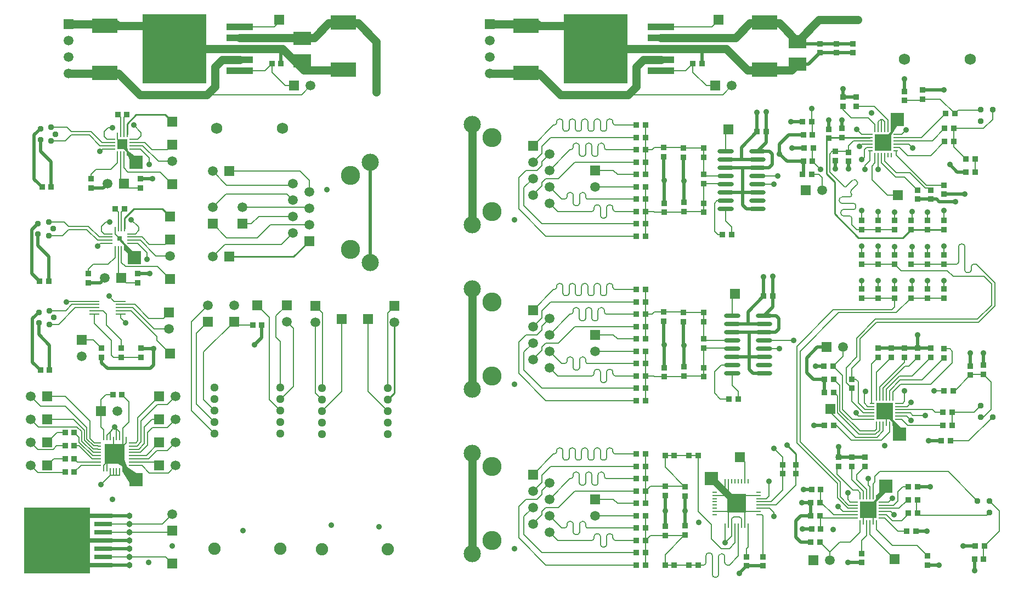
<source format=gtl>
%FSAX44Y44*%
%MOMM*%
G71*
G01*
G75*
G04 Layer_Physical_Order=1*
G04 Layer_Color=255*
%ADD10R,2.0000X2.0000*%
%ADD11R,0.9652X0.8128*%
%ADD12R,9.8000X10.7000*%
%ADD13R,4.1000X1.1000*%
%ADD14R,0.2500X0.6000*%
%ADD15R,0.6000X0.2500*%
%ADD16R,3.1000X3.1000*%
%ADD17R,0.8000X0.8000*%
%ADD18O,0.2500X0.7000*%
%ADD19O,0.7000X0.2500*%
%ADD20R,1.5000X1.5000*%
%ADD21R,1.5000X0.2500*%
%ADD22R,0.8128X0.9652*%
%ADD23R,0.8128X0.9652*%
%ADD24R,4.0000X2.3000*%
%ADD25R,3.5560X0.6350*%
%ADD26R,2.7940X0.6350*%
%ADD27R,10.1600X10.1600*%
%ADD28R,2.8000X2.0000*%
%ADD29C,0.2032*%
%ADD30C,1.2700*%
%ADD31C,0.5080*%
%ADD32C,0.2540*%
%ADD33R,0.9652X0.8128*%
%ADD34R,2.6000X2.6000*%
%ADD35O,0.2000X0.8000*%
%ADD36O,0.8000X0.2000*%
%ADD37R,3.0000X3.0000*%
%ADD38O,2.5000X0.7000*%
%ADD39O,0.9500X0.9652*%
%ADD40C,1.7526*%
%ADD41C,0.9500*%
%ADD42C,1.5000*%
%ADD43R,1.5000X1.5000*%
%ADD44C,1.2954*%
%ADD45C,1.9050*%
%ADD46C,1.5000*%
%ADD47C,2.6500*%
%ADD48R,1.5000X1.5000*%
%ADD49C,2.9500*%
%ADD50C,0.7500*%
%ADD51C,0.8890*%
G36*
X00435610Y00436880D02*
X00450850Y00426720D01*
X00440690Y00410210D01*
X00427990Y00430530D01*
Y00438150D01*
X00421640Y00441960D01*
X00431800Y00448310D01*
X00435610Y00436880D01*
D02*
G37*
G36*
X00434340Y00779780D02*
X00444500Y00770890D01*
X00449580D01*
X00438150Y00759460D01*
X00436880D01*
Y00767080D01*
X00430530Y00773430D01*
Y00779780D01*
X00424180Y00786130D01*
X00427990Y00787400D01*
X00434340Y00779780D01*
D02*
G37*
G36*
X00436880Y00925830D02*
X00447040Y00918210D01*
X00443230Y00911860D01*
X00439420D01*
X00434340Y00924560D01*
X00429260Y00929640D01*
X00435610Y00933450D01*
X00436880Y00925830D01*
D02*
G37*
G36*
X01370010Y00394970D02*
X01362390Y00387350D01*
X01339530Y00410210D01*
X01336990D01*
X01345880Y00419100D01*
X01370010Y00394970D01*
D02*
G37*
G36*
X01607500Y00398780D02*
X01592060Y00383340D01*
Y00379930D01*
X01592260Y00379730D01*
X01585910Y00382270D01*
X01592260Y00388620D01*
Y00393700D01*
X01596070Y00397510D01*
X01597340Y00407670D01*
X01607500Y00398780D01*
D02*
G37*
G36*
X01625280Y00965200D02*
X01613850Y00948690D01*
X01612580D01*
X01610040Y00951230D01*
X01613850Y00955040D01*
Y00966470D01*
X01626550D01*
X01625280Y00965200D01*
D02*
G37*
G36*
X01631630Y00496570D02*
X01620200Y00491490D01*
X01617660Y00494030D01*
Y00505460D01*
X01611310Y00511810D01*
X01616390D01*
X01631630Y00496570D01*
D02*
G37*
D10*
X00449580Y00417830D02*
D03*
X00447040Y00760730D02*
D03*
X00449580Y00908050D02*
D03*
X01624010Y00974090D02*
D03*
X01627820Y00487680D02*
D03*
X01606230Y00407670D02*
D03*
X01336990Y00419100D02*
D03*
D11*
X00452120Y00721868D02*
D03*
Y00736092D02*
D03*
X00455930Y00867918D02*
D03*
Y00882142D02*
D03*
X00379730D02*
D03*
Y00867918D02*
D03*
X00375920Y00736092D02*
D03*
Y00721868D02*
D03*
X00457200Y00606298D02*
D03*
Y00620522D02*
D03*
X00396240D02*
D03*
Y00606298D02*
D03*
X00426720Y00620522D02*
D03*
Y00606298D02*
D03*
D12*
X00508600Y01083310D02*
D03*
X01158520D02*
D03*
D13*
X00609600Y01117310D02*
D03*
Y01100310D02*
D03*
Y01083310D02*
D03*
Y01066310D02*
D03*
Y01049310D02*
D03*
X01259520Y01117310D02*
D03*
Y01100310D02*
D03*
Y01083310D02*
D03*
Y01066310D02*
D03*
Y01049310D02*
D03*
D14*
X00434060Y00481200D02*
D03*
X00429060D02*
D03*
X00424060D02*
D03*
X00419060D02*
D03*
X00414060D02*
D03*
X00409060D02*
D03*
X00404060D02*
D03*
X00399060D02*
D03*
Y00433200D02*
D03*
X00404060D02*
D03*
X00409060D02*
D03*
X00414060D02*
D03*
X00419060D02*
D03*
X00424060D02*
D03*
X00429060D02*
D03*
X00434060D02*
D03*
D15*
X00392560Y00474700D02*
D03*
Y00469700D02*
D03*
Y00464700D02*
D03*
Y00459700D02*
D03*
Y00454700D02*
D03*
Y00449700D02*
D03*
Y00444700D02*
D03*
Y00439700D02*
D03*
X00440560D02*
D03*
Y00444700D02*
D03*
Y00449700D02*
D03*
Y00454700D02*
D03*
Y00459700D02*
D03*
Y00464700D02*
D03*
Y00469700D02*
D03*
Y00474700D02*
D03*
D16*
X00416560Y00457200D02*
D03*
D17*
X00424180Y00789940D02*
D03*
D18*
X00416680Y00804440D02*
D03*
X00421680D02*
D03*
X00426680D02*
D03*
X00431680D02*
D03*
Y00775440D02*
D03*
X00426680D02*
D03*
X00421680D02*
D03*
X00416680D02*
D03*
X00420490Y00950490D02*
D03*
X00425490D02*
D03*
X00430490D02*
D03*
X00435490D02*
D03*
Y00921490D02*
D03*
X00430490D02*
D03*
X00425490D02*
D03*
X00420490D02*
D03*
X01567060Y00390340D02*
D03*
X01572060D02*
D03*
X01577060D02*
D03*
X01582060D02*
D03*
X01587060D02*
D03*
X01592060D02*
D03*
Y00351340D02*
D03*
X01587060D02*
D03*
X01582060D02*
D03*
X01577060D02*
D03*
X01572060D02*
D03*
X01567060D02*
D03*
X01592460Y00542740D02*
D03*
X01597460D02*
D03*
X01602460D02*
D03*
X01607460D02*
D03*
X01612460D02*
D03*
X01617460D02*
D03*
Y00503740D02*
D03*
X01612460D02*
D03*
X01607460D02*
D03*
X01602460D02*
D03*
X01597460D02*
D03*
X01592460D02*
D03*
X01589920Y00958030D02*
D03*
X01594920D02*
D03*
X01599920D02*
D03*
X01604920D02*
D03*
X01609920D02*
D03*
X01614920D02*
D03*
Y00919030D02*
D03*
X01609920D02*
D03*
X01604920D02*
D03*
X01599920D02*
D03*
X01594920D02*
D03*
X01589920D02*
D03*
D19*
X00438680Y00797440D02*
D03*
Y00792440D02*
D03*
Y00787440D02*
D03*
Y00782440D02*
D03*
X00409680D02*
D03*
Y00787440D02*
D03*
Y00792440D02*
D03*
Y00797440D02*
D03*
X00442490Y00943490D02*
D03*
Y00938490D02*
D03*
Y00933490D02*
D03*
Y00928490D02*
D03*
X00413490D02*
D03*
Y00933490D02*
D03*
Y00938490D02*
D03*
Y00943490D02*
D03*
X01599060Y00383340D02*
D03*
Y00378340D02*
D03*
Y00373340D02*
D03*
Y00368340D02*
D03*
Y00363340D02*
D03*
Y00358340D02*
D03*
X01560060D02*
D03*
Y00363340D02*
D03*
Y00368340D02*
D03*
Y00373340D02*
D03*
Y00378340D02*
D03*
Y00383340D02*
D03*
X01624460Y00535740D02*
D03*
Y00530740D02*
D03*
Y00525740D02*
D03*
Y00520740D02*
D03*
Y00515740D02*
D03*
Y00510740D02*
D03*
X01585460D02*
D03*
Y00515740D02*
D03*
Y00520740D02*
D03*
Y00525740D02*
D03*
Y00530740D02*
D03*
Y00535740D02*
D03*
X01621920Y00951030D02*
D03*
Y00946030D02*
D03*
Y00941030D02*
D03*
Y00936030D02*
D03*
Y00931030D02*
D03*
Y00926030D02*
D03*
X01582920D02*
D03*
Y00931030D02*
D03*
Y00936030D02*
D03*
Y00941030D02*
D03*
Y00946030D02*
D03*
Y00951030D02*
D03*
D20*
X00427990Y00935990D02*
D03*
X00430530Y00875030D02*
D03*
X00426720Y00728980D02*
D03*
X00593090Y00894080D02*
D03*
Y00762000D02*
D03*
X00693420Y01026160D02*
D03*
X00394970Y00523240D02*
D03*
X00807720Y00665480D02*
D03*
X00767080D02*
D03*
X00505460Y00288290D02*
D03*
X00485140Y00546100D02*
D03*
Y00510540D02*
D03*
Y00474980D02*
D03*
Y00439420D02*
D03*
X00312420Y00510540D02*
D03*
Y00546100D02*
D03*
Y00439420D02*
D03*
Y00474980D02*
D03*
X01483040Y00864870D02*
D03*
X01343340Y01026160D02*
D03*
X01625280Y00857250D02*
D03*
X01514790Y00622300D02*
D03*
X01494724Y00293370D02*
D03*
X01620200Y00294640D02*
D03*
D21*
X00425130Y00673260D02*
D03*
Y00678260D02*
D03*
Y00683260D02*
D03*
Y00688260D02*
D03*
Y00693260D02*
D03*
X00385130Y00673260D02*
D03*
Y00678260D02*
D03*
Y00683260D02*
D03*
Y00688260D02*
D03*
Y00693260D02*
D03*
D22*
X00304038Y00869950D02*
D03*
X00318262D02*
D03*
X00435102Y00981710D02*
D03*
X00420878D02*
D03*
X00300228Y00723900D02*
D03*
X00314452D02*
D03*
X00301498Y00586740D02*
D03*
X00315722D02*
D03*
X00427482Y00548640D02*
D03*
X00413258D02*
D03*
X00629158Y00656590D02*
D03*
X00643382D02*
D03*
X00431292Y00835660D02*
D03*
X00417068D02*
D03*
X00353822Y00490220D02*
D03*
X00339598D02*
D03*
X00353822Y00469900D02*
D03*
X00339598D02*
D03*
X00353822Y00449580D02*
D03*
X00339598D02*
D03*
X00353822Y00429260D02*
D03*
X00339598D02*
D03*
D23*
X00658876Y01060450D02*
D03*
X00673100D02*
D03*
X01743390Y00294640D02*
D03*
X01757614D02*
D03*
X01758630Y00314960D02*
D03*
X01744406D02*
D03*
X01491930Y00970280D02*
D03*
X01477706D02*
D03*
X01432240Y00701040D02*
D03*
X01418016D02*
D03*
X01710370Y00554990D02*
D03*
X01696146D02*
D03*
X01711640Y00960120D02*
D03*
X01697416D02*
D03*
X01506154Y00402590D02*
D03*
X01491930D02*
D03*
X01477960Y00889000D02*
D03*
X01492184D02*
D03*
X01479230Y00949960D02*
D03*
X01493454D02*
D03*
X01494470Y00929640D02*
D03*
X01480246D02*
D03*
X01479230Y00909320D02*
D03*
X01493454D02*
D03*
X01323020Y01060450D02*
D03*
X01308796D02*
D03*
X01221420Y00965200D02*
D03*
X01235644D02*
D03*
X01221420Y00946150D02*
D03*
X01235644D02*
D03*
X01221420Y00927100D02*
D03*
X01235644D02*
D03*
X01221420Y00908050D02*
D03*
X01235644D02*
D03*
X01221420Y00889000D02*
D03*
X01235644D02*
D03*
X01221420Y00869950D02*
D03*
X01235644D02*
D03*
X01221420Y00850900D02*
D03*
X01235644D02*
D03*
X01221420Y00831850D02*
D03*
X01235644D02*
D03*
X01221420Y00812800D02*
D03*
X01235644D02*
D03*
X01221420Y00793750D02*
D03*
X01235644D02*
D03*
X01422080Y00955040D02*
D03*
X01407856D02*
D03*
X01221420Y00711200D02*
D03*
X01235644D02*
D03*
X01221420Y00692150D02*
D03*
X01235644D02*
D03*
X01221420Y00673100D02*
D03*
X01235644D02*
D03*
X01221420Y00654050D02*
D03*
X01235644D02*
D03*
X01221420Y00635000D02*
D03*
X01235644D02*
D03*
X01221420Y00615950D02*
D03*
X01235644D02*
D03*
X01221420Y00596900D02*
D03*
X01235644D02*
D03*
X01221420Y00577850D02*
D03*
X01235644D02*
D03*
X01221420Y00558800D02*
D03*
X01235644D02*
D03*
X01221420Y00539750D02*
D03*
X01235644D02*
D03*
X01221420Y00457200D02*
D03*
X01235644D02*
D03*
X01221420Y00438150D02*
D03*
X01235644D02*
D03*
X01221420Y00419100D02*
D03*
X01235644D02*
D03*
X01221420Y00400050D02*
D03*
X01235644D02*
D03*
X01221420Y00381000D02*
D03*
X01235644D02*
D03*
X01221420Y00361950D02*
D03*
X01235644D02*
D03*
X01221420Y00342900D02*
D03*
X01235644D02*
D03*
X01221420Y00323850D02*
D03*
X01235644D02*
D03*
X01221420Y00304800D02*
D03*
X01235644D02*
D03*
X01221420Y00285750D02*
D03*
X01235644D02*
D03*
X01265870Y00454660D02*
D03*
X01280094D02*
D03*
X01265870Y00285750D02*
D03*
X01280094D02*
D03*
X01316670Y00454660D02*
D03*
X01302446D02*
D03*
X01316670Y00285750D02*
D03*
X01302446D02*
D03*
X01744660Y00892810D02*
D03*
X01730436D02*
D03*
X01744660Y00913130D02*
D03*
X01730436D02*
D03*
X01526220Y00572770D02*
D03*
X01511996D02*
D03*
X01526220Y00552450D02*
D03*
X01511996D02*
D03*
X01526220Y00501650D02*
D03*
X01511996D02*
D03*
X01510980Y00593090D02*
D03*
X01525204D02*
D03*
X01490914Y00382270D02*
D03*
X01505138D02*
D03*
X01506154Y00341630D02*
D03*
X01491930D02*
D03*
X01490914Y00361950D02*
D03*
X01505138D02*
D03*
X01490914Y00321310D02*
D03*
X01505138D02*
D03*
X01655760Y00406400D02*
D03*
X01641536D02*
D03*
X01653220Y00337820D02*
D03*
X01638996D02*
D03*
X01655760Y00386080D02*
D03*
X01641536D02*
D03*
X01655760Y00365760D02*
D03*
X01641536D02*
D03*
X01709100Y00501650D02*
D03*
X01694876D02*
D03*
X01709100Y00521970D02*
D03*
X01694876D02*
D03*
X01712910Y00982980D02*
D03*
X01698686D02*
D03*
X01711640Y00939800D02*
D03*
X01697416D02*
D03*
X01706560Y00477520D02*
D03*
X01692336D02*
D03*
X01368740Y00796290D02*
D03*
X01354516D02*
D03*
X01378900Y00542290D02*
D03*
X01364676D02*
D03*
D24*
X00769620Y01050620D02*
D03*
Y01123620D02*
D03*
X00401320Y01118540D02*
D03*
Y01045540D02*
D03*
X01419540Y01123620D02*
D03*
Y01050620D02*
D03*
X01051240Y01045540D02*
D03*
Y01118540D02*
D03*
D25*
X00394970Y00285750D02*
D03*
Y00323850D02*
D03*
Y00361950D02*
D03*
D26*
X00398780Y00298450D02*
D03*
Y00311150D02*
D03*
Y00336550D02*
D03*
Y00349250D02*
D03*
D27*
X00327660Y00323850D02*
D03*
D28*
X00706120Y01064540D02*
D03*
Y01099540D02*
D03*
X01470340Y01059460D02*
D03*
Y01094460D02*
D03*
D29*
X00416680Y00797440D02*
X00424180Y00789940D01*
X00433070Y00746760D02*
X00482600D01*
X00426680Y00753150D02*
X00433070Y00746760D01*
X00426680Y00753150D02*
Y00774440D01*
X00436880Y00892810D02*
X00486410D01*
X00430490Y00899200D02*
X00436880Y00892810D01*
X00430490Y00899200D02*
Y00920490D01*
X00558800Y01012190D02*
X00704850D01*
X00718820Y01026160D01*
X00658876Y01046734D02*
X00679450Y01026160D01*
X00693420D01*
X00658876Y01046734D02*
Y01060450D01*
X00609600Y01049310D02*
X00647736D01*
X00658876Y01060450D01*
X00609600Y01117310D02*
X00662650D01*
X00673100Y01127760D01*
X00670560D02*
X00673100D01*
X00318066Y00961880D02*
X00342410D01*
X00349250Y00955040D01*
X00379730D01*
X00396280Y00938490D01*
X00412490D01*
X00318066Y00940580D02*
X00339870D01*
X00349250Y00949960D01*
X00377190D01*
X00393660Y00933490D01*
X00412490D01*
X00443490Y00938490D02*
X00462320D01*
X00473710Y00927100D01*
X00497840D01*
X00505460Y00934720D01*
X00443490Y00933490D02*
X00459700D01*
X00483870Y00909320D01*
X00505460D01*
X00420490Y00906900D02*
Y00920490D01*
X00410210Y00896620D02*
X00420490Y00906900D01*
X00387350Y00896620D02*
X00410210D01*
X00379730Y00889000D02*
X00387350Y00896620D01*
X00379730Y00882142D02*
Y00889000D01*
X00425490Y00880070D02*
Y00920490D01*
X00437642Y00867918D02*
X00455930D01*
X00425490Y00880070D02*
X00437642Y00867918D01*
X00425490Y00951490D02*
Y00977098D01*
X00420878Y00981710D02*
X00425490Y00977098D01*
X00430490Y00951490D02*
Y00977098D01*
X00435102Y00981710D01*
X00420490Y00943490D02*
Y00951490D01*
X00403980Y00943490D02*
X00412490D01*
X00400050Y00947420D02*
X00403980Y00943490D01*
X00400050Y00947420D02*
Y00955040D01*
X00406400Y00961390D01*
X00412750D01*
X00397630Y00928490D02*
X00412490D01*
X00393700Y00924560D02*
X00397630Y00928490D01*
X00443490Y00943490D02*
X00452000D01*
X00457200Y00948690D01*
Y00953770D01*
X00445770Y00965200D02*
X00457200Y00953770D01*
X00443490Y00928490D02*
X00455810D01*
X00469900Y00914400D01*
Y00904240D02*
Y00914400D01*
X00486410Y00892810D02*
X00505460Y00873760D01*
X00482600Y00746760D02*
X00501650Y00727710D01*
X00466090Y00758190D02*
Y00768350D01*
X00452000Y00782440D02*
X00466090Y00768350D01*
X00441960Y00819150D02*
X00453390Y00807720D01*
Y00802640D02*
Y00807720D01*
X00448190Y00797440D02*
X00453390Y00802640D01*
X00439680Y00797440D02*
X00448190D01*
X00389890Y00778510D02*
X00393820Y00782440D01*
X00408680D01*
X00402590Y00815340D02*
X00408940D01*
X00396240Y00808990D02*
X00402590Y00815340D01*
X00396240Y00801370D02*
Y00808990D01*
Y00801370D02*
X00400170Y00797440D01*
X00408680D01*
X00416680D02*
Y00805440D01*
X00426680Y00831048D02*
X00431292Y00835660D01*
X00426680Y00805440D02*
Y00831048D01*
X00417068Y00835660D02*
X00421680Y00831048D01*
Y00805440D02*
Y00831048D01*
Y00734020D02*
X00433832Y00721868D01*
X00452120D01*
X00421680Y00734020D02*
Y00774440D01*
X00375920Y00736092D02*
Y00742950D01*
X00383540Y00750570D01*
X00406400D01*
X00416680Y00760850D01*
Y00774440D01*
X00480060Y00763270D02*
X00501650D01*
X00455890Y00787440D02*
X00480060Y00763270D01*
X00439680Y00787440D02*
X00455890D01*
X00494030Y00781050D02*
X00501650Y00788670D01*
X00469900Y00781050D02*
X00494030D01*
X00458510Y00792440D02*
X00469900Y00781050D01*
X00389850Y00787440D02*
X00408680D01*
X00373380Y00803910D02*
X00389850Y00787440D01*
X00345440Y00803910D02*
X00373380D01*
X00336060Y00794530D02*
X00345440Y00803910D01*
X00314256Y00794530D02*
X00336060D01*
X00392470Y00792440D02*
X00408680D01*
X00375920Y00808990D02*
X00392470Y00792440D01*
X00345440Y00808990D02*
X00375920D01*
X00338600Y00815830D02*
X00345440Y00808990D01*
X00314256Y00815830D02*
X00338600D01*
X00315526Y00678670D02*
X00340850D01*
X00350440Y00688260D01*
X00384630D01*
X00315526Y00657370D02*
X00329710D01*
X00355600Y00683260D01*
X00384630D01*
X00425630Y00688260D02*
X00447120D01*
X00468630Y00666750D01*
X00491490D01*
X00500380Y00675640D01*
X00425630Y00683260D02*
X00444500D01*
X00477520Y00650240D01*
X00500380D01*
X00425630Y00678260D02*
X00441880D01*
X00481330Y00638810D01*
Y00632460D02*
Y00638810D01*
Y00632460D02*
X00501650Y00612140D01*
X00384630Y00659310D02*
Y00673260D01*
Y00659310D02*
X00411480Y00632460D01*
Y00609600D02*
Y00632460D01*
Y00609600D02*
X00414782Y00606298D01*
X00426720D01*
X00457200D01*
X00426720Y00620522D02*
Y00633730D01*
X00403860Y00656590D02*
X00426720Y00633730D01*
X00403860Y00656590D02*
Y00673100D01*
X00398700Y00678260D02*
X00403860Y00673100D01*
X00384630Y00678260D02*
X00398700D01*
X00383032Y00633730D02*
X00396240Y00620522D01*
X00365760Y00633730D02*
X00383032D01*
X00425630Y00667840D02*
Y00673260D01*
Y00667840D02*
X00433361Y00660109D01*
X00415450Y00693260D02*
X00425630D01*
X00407670Y00701040D02*
X00415450Y00693260D01*
X00341630Y00692150D02*
X00342740Y00693260D01*
X00384630D01*
X00394970Y00499110D02*
X00399060Y00495020D01*
X00394970Y00499110D02*
Y00523240D01*
Y00541020D01*
X00402590Y00548640D01*
X00413258D01*
X00287020Y00546100D02*
X00302260Y00530860D01*
X00353822Y00449580D02*
X00358702Y00444700D01*
X00391060D01*
X00353822Y00429260D02*
X00364262Y00439700D01*
X00391060D01*
X00340360Y00546100D02*
X00378460Y00508000D01*
X00340360Y00530860D02*
X00373380Y00497840D01*
X00353822Y00490220D02*
X00361188Y00482854D01*
X00352450Y00510540D02*
X00369316Y00493674D01*
X00287020Y00510540D02*
X00298450Y00499110D01*
X00391020Y00459740D02*
X00391060Y00459700D01*
X00390940Y00464820D02*
X00391060Y00464700D01*
X00390860Y00469900D02*
X00391060Y00469700D01*
X00378460Y00481330D02*
Y00508000D01*
Y00481330D02*
X00385090Y00474700D01*
X00391060D01*
X00353822Y00469900D02*
X00361153D01*
X00369316Y00478979D02*
X00383475Y00464820D01*
X00373380Y00480663D02*
X00384143Y00469900D01*
X00373380Y00480663D02*
Y00497840D01*
X00384143Y00469900D02*
X00390860D01*
X00369316Y00478979D02*
Y00493674D01*
X00383475Y00464820D02*
X00390940D01*
X00365252Y00477296D02*
Y00491991D01*
X00361188Y00475613D02*
Y00482854D01*
X00382101Y00454700D02*
X00391060D01*
X00381353Y00449700D02*
X00391060D01*
X00322580Y00449580D02*
X00339598D01*
X00312420Y00439420D02*
X00322580Y00449580D01*
X00339210Y00428872D02*
X00339598Y00429260D01*
X00297568Y00428872D02*
X00339210D01*
X00287020Y00439420D02*
X00297568Y00428872D01*
X00326651Y00469900D02*
X00339598D01*
X00321183Y00464432D02*
X00326651Y00469900D01*
X00297568Y00464432D02*
X00321183D01*
X00287020Y00474980D02*
X00297568Y00464432D01*
X00327660Y00490220D02*
X00339598D01*
X00312420Y00474980D02*
X00327660Y00490220D01*
X00312420Y00510540D02*
X00352450D01*
X00312420Y00546100D02*
X00340360D01*
X00302260Y00530860D02*
X00340360D01*
X00358133Y00499110D02*
X00365252Y00491991D01*
X00298450Y00499110D02*
X00358133D01*
X00442060Y00474700D02*
X00449300D01*
X00452120Y00477520D01*
X00442060Y00469700D02*
X00450650D01*
X00452120Y00477520D02*
Y00513080D01*
X00485140Y00546100D01*
X00482600Y00533400D02*
X00497840D01*
X00510540Y00546100D01*
X00442060Y00464700D02*
X00453270D01*
X00473710Y00510540D02*
X00485140D01*
X00442060Y00459700D02*
X00455890D01*
X00457200Y00508000D02*
X00482600Y00533400D01*
X00450650Y00469700D02*
X00457200Y00476250D01*
Y00508000D01*
X00462280Y00499110D02*
X00473710Y00510540D01*
X00453270Y00464700D02*
X00462280Y00473710D01*
Y00499110D01*
X00455890Y00459700D02*
X00467360Y00471170D01*
Y00490220D01*
X00474980Y00497840D01*
X00497840D01*
X00510540Y00510540D01*
X00442060Y00454700D02*
X00464860D01*
X00485140Y00474980D01*
X00442060Y00449700D02*
X00468750D01*
X00481330Y00462280D01*
X00497840D01*
X00510540Y00474980D01*
X00442060Y00444700D02*
X00479860D01*
X00485140Y00439420D01*
X00442060Y00439700D02*
X00458190D01*
X00469900Y00427990D01*
X00499110D01*
X00510540Y00439420D01*
X00399060Y00431700D02*
Y00439700D01*
X00416560Y00457200D01*
X00404060Y00431700D02*
Y00444700D01*
X00416560Y00457200D01*
X00429060Y00444700D01*
X00414060Y00459700D02*
Y00482700D01*
X00434060Y00474700D02*
Y00482700D01*
X00416560Y00457200D02*
X00434060Y00474700D01*
X00361153Y00469900D02*
X00381353Y00449700D01*
X00361188Y00475613D02*
X00382101Y00454700D01*
X00365252Y00477296D02*
X00382808Y00459740D01*
X00391020D01*
X00399060Y00482700D02*
Y00495020D01*
X00416560Y00499110D02*
X00424060Y00491610D01*
Y00482700D02*
Y00491610D01*
X00416560Y00499110D02*
X00419060Y00496610D01*
Y00482700D02*
Y00496610D01*
X00409060Y00491610D02*
X00416560Y00499110D01*
X00409060Y00482700D02*
Y00491610D01*
X00404060Y00486610D02*
X00416560Y00499110D01*
X00404060Y00482700D02*
Y00486610D01*
X00429060Y00469700D02*
Y00497640D01*
X00438150Y00506730D01*
Y00537972D01*
X00427482Y00548640D02*
X00438150Y00537972D01*
X00409060Y00424300D02*
Y00431700D01*
X00394970Y00410210D02*
X00409060Y00424300D01*
X00414060Y00424220D02*
Y00431700D01*
X00409140Y00424220D02*
X00414060D01*
X00409140D02*
X00409180Y00424180D01*
X00424180D01*
X00424060Y00424300D02*
X00424180Y00424180D01*
X00424060Y00424300D02*
Y00431700D01*
X00419060Y00424220D02*
Y00431700D01*
Y00424220D02*
X00419100Y00424180D01*
X00398780Y00336550D02*
X00439420D01*
X00398780Y00349250D02*
X00439420D01*
X00495300Y00298450D02*
X00505460Y00288290D01*
X00502920Y00336550D02*
X00505460Y00339090D01*
X00439420Y00336550D02*
X00502920D01*
X00490220Y00349250D02*
X00505460Y00364490D01*
X00439420Y00349250D02*
X00490220D01*
X00398780Y00298450D02*
X00439420D01*
X00495300D01*
X00593090Y00894080D02*
X00702310D01*
X00716518Y00879872D01*
Y00862372D02*
Y00879872D01*
X00567690Y00894080D02*
X00589280Y00872490D01*
X00688536D01*
X00691118Y00875072D01*
X00567690Y00838200D02*
X00588010Y00858520D01*
X00682270D01*
X00691118Y00849672D01*
X00613410Y00838200D02*
X00715290D01*
X00716518Y00836972D01*
X00613410Y00812800D02*
X00627380D01*
X00638852Y00824272D01*
X00691118D01*
X00567690Y00812800D02*
X00589280Y00791210D01*
X00636270D01*
X00656632Y00811572D01*
X00716518D01*
X00567690Y00762000D02*
X00586740Y00781050D01*
X00673296D01*
X00691118Y00798872D01*
X00534670Y00524510D02*
X00570230Y00488950D01*
X00534670Y00524510D02*
Y00661670D01*
X00560070Y00687070D01*
X00542290Y00534670D02*
X00570230Y00506730D01*
X00542290Y00534670D02*
Y00643890D01*
X00560070Y00661670D01*
X00553720Y00541020D02*
X00570230Y00524510D01*
X00553720Y00541020D02*
Y00614680D01*
X00600710Y00661670D01*
X00605790Y00656590D01*
X00629158D01*
X00636270Y00687070D02*
X00655320Y00668020D01*
Y00541020D02*
Y00668020D01*
Y00541020D02*
X00671830Y00524510D01*
Y00560070D02*
Y00631190D01*
X00665480Y00637540D02*
X00671830Y00631190D01*
X00665480Y00637540D02*
Y00670560D01*
X00681990Y00687070D01*
X00671830Y00542290D02*
X00673100D01*
X00692150Y00561340D01*
Y00651510D01*
X00681990Y00661670D02*
X00692150Y00651510D01*
X00736600Y00523240D02*
X00767080Y00553720D01*
Y00665480D01*
X00807720Y00553720D02*
X00838200Y00523240D01*
X00807720Y00553720D02*
Y00665480D01*
X00736600Y00558800D02*
X00736988Y00559188D01*
Y00675252D01*
X00726440Y00685800D02*
X00736988Y00675252D01*
X00726440Y00551180D02*
X00736600Y00541020D01*
X00726440Y00551180D02*
Y00660400D01*
X00837812Y00559188D02*
X00838200Y00558800D01*
X00837812Y00559188D02*
Y00675252D01*
X00848360Y00685800D01*
X00402590Y00815340D02*
X00408940D01*
X00439680Y00782440D02*
X00452000D01*
X00439680Y00792440D02*
X00458510D01*
X01742171Y00750316D02*
G03*
X01738310Y00746455I00000000J-00003861D01*
G01*
X01734449Y00737373D02*
G03*
X01738310Y00741234I00000000J00003861D01*
G01*
X01728658D02*
G03*
X01732519Y00737373I00003861J00000000D01*
G01*
X01728658Y00777685D02*
G03*
X01724797Y00781546I-00003861J00000000D01*
G01*
X01722867D02*
G03*
X01719006Y00777685I00000000J-00003861D01*
G01*
X01715145Y00750316D02*
G03*
X01719006Y00754177I00000000J00003861D01*
G01*
X01542730Y00869950D02*
G03*
X01545115Y00869950I00001192J00001192D01*
G01*
X01560659Y00880033D02*
G03*
X01555199Y00880033I-00002730J-00002730D01*
G01*
X01562023Y00873208D02*
G03*
X01562023Y00878669I-00002730J00002730D01*
G01*
X01553477Y00864662D02*
G03*
X01553477Y00859202I00002730J-00002730D01*
G01*
X01550299Y00854202D02*
G03*
X01554160Y00858063I00000000J00003861D01*
G01*
X01538721Y00854202D02*
G03*
X01534860Y00850341I00000000J-00003861D01*
G01*
Y00848411D02*
G03*
X01538721Y00844550I00003861J00000000D01*
G01*
X01560354Y00840689D02*
G03*
X01556494Y00844550I-00003861J00000000D01*
G01*
Y00834898D02*
G03*
X01560354Y00838759I00000000J00003861D01*
G01*
X01541042Y00834898D02*
G03*
X01537181Y00831037I00000000J-00003861D01*
G01*
Y00829107D02*
G03*
X01541042Y00825246I00003861J00000000D01*
G01*
X01554160Y00821385D02*
G03*
X01550299Y00825246I-00003861J00000000D01*
G01*
X01358072Y00289611D02*
G03*
X01361933Y00285750I00003861J00000000D01*
G01*
X01358072Y00299158D02*
G03*
X01354211Y00303019I-00003861J00000000D01*
G01*
X01352281D02*
G03*
X01348420Y00299158I00000000J-00003861D01*
G01*
X01344559Y00266957D02*
G03*
X01348420Y00270818I00000000J00003861D01*
G01*
X01338768D02*
G03*
X01342629Y00266957I00003861J00000000D01*
G01*
X01338768Y00300682D02*
G03*
X01334907Y00304543I-00003861J00000000D01*
G01*
X01332977D02*
G03*
X01329116Y00300682I00000000J-00003861D01*
G01*
X01325255Y00285750D02*
G03*
X01329116Y00289611I00000000J00003861D01*
G01*
X01094623Y00457200D02*
G03*
X01098484Y00461061I00000000J00003861D01*
G01*
X01102345Y00466592D02*
G03*
X01098484Y00462731I00000000J-00003861D01*
G01*
X01108136D02*
G03*
X01104275Y00466592I-00003861J00000000D01*
G01*
X01108136Y00451669D02*
G03*
X01111997Y00447808I00003861J00000000D01*
G01*
X01113927D02*
G03*
X01117788Y00451669I00000000J00003861D01*
G01*
X01121649Y00466592D02*
G03*
X01117788Y00462731I00000000J-00003861D01*
G01*
X01127440D02*
G03*
X01123579Y00466592I-00003861J00000000D01*
G01*
X01127440Y00451669D02*
G03*
X01131301Y00447808I00003861J00000000D01*
G01*
X01133231D02*
G03*
X01137092Y00451669I00000000J00003861D01*
G01*
X01140953Y00466592D02*
G03*
X01137092Y00462731I00000000J-00003861D01*
G01*
X01146744D02*
G03*
X01142883Y00466592I-00003861J00000000D01*
G01*
X01146744Y00451669D02*
G03*
X01150605Y00447808I00003861J00000000D01*
G01*
X01152535D02*
G03*
X01156396Y00451669I00000000J00003861D01*
G01*
X01160257Y00466592D02*
G03*
X01156396Y00462731I00000000J-00003861D01*
G01*
X01166048D02*
G03*
X01162187Y00466592I-00003861J00000000D01*
G01*
X01166048Y00451669D02*
G03*
X01169909Y00447808I00003861J00000000D01*
G01*
X01171839D02*
G03*
X01175700Y00451669I00000000J00003861D01*
G01*
X01179561Y00466592D02*
G03*
X01175700Y00462731I00000000J-00003861D01*
G01*
X01185352D02*
G03*
X01181491Y00466592I-00003861J00000000D01*
G01*
X01185352Y00461061D02*
G03*
X01189213Y00457200I00003861J00000000D01*
G01*
X01110625Y00342900D02*
G03*
X01114486Y00346761I00000000J00003861D01*
G01*
X01118347Y00353060D02*
G03*
X01114486Y00349199I00000000J-00003861D01*
G01*
X01124138D02*
G03*
X01120277Y00353060I-00003861J00000000D01*
G01*
X01124138Y00336601D02*
G03*
X01127999Y00332740I00003861J00000000D01*
G01*
X01129929D02*
G03*
X01133790Y00336601I00000000J00003861D01*
G01*
X01137651Y00353060D02*
G03*
X01133790Y00349199I00000000J-00003861D01*
G01*
X01143442D02*
G03*
X01139581Y00353060I-00003861J00000000D01*
G01*
X01143442Y00345948D02*
G03*
X01146490Y00342900I00003048J00000000D01*
G01*
X01120023Y00419100D02*
G03*
X01123884Y00422961I00000000J00003861D01*
G01*
X01127745Y00429260D02*
G03*
X01123884Y00425399I00000000J-00003861D01*
G01*
X01133536D02*
G03*
X01129675Y00429260I-00003861J00000000D01*
G01*
X01133536Y00412801D02*
G03*
X01137397Y00408940I00003861J00000000D01*
G01*
X01139327D02*
G03*
X01143188Y00412801I00000000J00003861D01*
G01*
X01147049Y00429260D02*
G03*
X01143188Y00425399I00000000J-00003861D01*
G01*
X01152840D02*
G03*
X01148979Y00429260I-00003861J00000000D01*
G01*
X01152840Y00412801D02*
G03*
X01156701Y00408940I00003861J00000000D01*
G01*
X01158631D02*
G03*
X01162492Y00412801I00000000J00003861D01*
G01*
X01166353Y00429260D02*
G03*
X01162492Y00425399I00000000J-00003861D01*
G01*
X01172144D02*
G03*
X01168283Y00429260I-00003861J00000000D01*
G01*
X01172144Y00422961D02*
G03*
X01176005Y00419100I00003861J00000000D01*
G01*
X01152535Y00323850D02*
G03*
X01156396Y00327711I00000000J00003861D01*
G01*
X01160257Y00334010D02*
G03*
X01156396Y00330149I00000000J-00003861D01*
G01*
X01166048D02*
G03*
X01162187Y00334010I-00003861J00000000D01*
G01*
X01166048Y00317551D02*
G03*
X01169909Y00313690I00003861J00000000D01*
G01*
X01171839D02*
G03*
X01175700Y00317551I00000000J00003861D01*
G01*
X01179561Y00334010D02*
G03*
X01175700Y00330149I00000000J-00003861D01*
G01*
X01185352D02*
G03*
X01181491Y00334010I-00003861J00000000D01*
G01*
X01185352Y00327711D02*
G03*
X01189213Y00323850I00003861J00000000D01*
G01*
X01094623Y00711200D02*
G03*
X01098484Y00715061I00000000J00003861D01*
G01*
X01102345Y00720592D02*
G03*
X01098484Y00716731I00000000J-00003861D01*
G01*
X01108136D02*
G03*
X01104275Y00720592I-00003861J00000000D01*
G01*
X01108136Y00705669D02*
G03*
X01111997Y00701808I00003861J00000000D01*
G01*
X01113927D02*
G03*
X01117788Y00705669I00000000J00003861D01*
G01*
X01121649Y00720592D02*
G03*
X01117788Y00716731I00000000J-00003861D01*
G01*
X01127440D02*
G03*
X01123579Y00720592I-00003861J00000000D01*
G01*
X01127440Y00705669D02*
G03*
X01131301Y00701808I00003861J00000000D01*
G01*
X01133231D02*
G03*
X01137092Y00705669I00000000J00003861D01*
G01*
X01140953Y00720592D02*
G03*
X01137092Y00716731I00000000J-00003861D01*
G01*
X01146744D02*
G03*
X01142883Y00720592I-00003861J00000000D01*
G01*
X01146744Y00705669D02*
G03*
X01150605Y00701808I00003861J00000000D01*
G01*
X01152535D02*
G03*
X01156396Y00705669I00000000J00003861D01*
G01*
X01160257Y00720592D02*
G03*
X01156396Y00716731I00000000J-00003861D01*
G01*
X01166048D02*
G03*
X01162187Y00720592I-00003861J00000000D01*
G01*
X01166048Y00705669D02*
G03*
X01169909Y00701808I00003861J00000000D01*
G01*
X01171839D02*
G03*
X01175700Y00705669I00000000J00003861D01*
G01*
X01179561Y00720592D02*
G03*
X01175700Y00716731I00000000J-00003861D01*
G01*
X01185352D02*
G03*
X01181491Y00720592I-00003861J00000000D01*
G01*
X01185352Y00715061D02*
G03*
X01189213Y00711200I00003861J00000000D01*
G01*
X01110625Y00596900D02*
G03*
X01114486Y00600761I00000000J00003861D01*
G01*
X01118347Y00607060D02*
G03*
X01114486Y00603199I00000000J-00003861D01*
G01*
X01124138D02*
G03*
X01120277Y00607060I-00003861J00000000D01*
G01*
X01124138Y00590601D02*
G03*
X01127999Y00586740I00003861J00000000D01*
G01*
X01129929D02*
G03*
X01133790Y00590601I00000000J00003861D01*
G01*
X01137651Y00607060D02*
G03*
X01133790Y00603199I00000000J-00003861D01*
G01*
X01143442D02*
G03*
X01139581Y00607060I-00003861J00000000D01*
G01*
X01143442Y00599948D02*
G03*
X01146490Y00596900I00003048J00000000D01*
G01*
X01120023Y00673100D02*
G03*
X01123884Y00676961I00000000J00003861D01*
G01*
X01127745Y00683260D02*
G03*
X01123884Y00679399I00000000J-00003861D01*
G01*
X01133536D02*
G03*
X01129675Y00683260I-00003861J00000000D01*
G01*
X01133536Y00666801D02*
G03*
X01137397Y00662940I00003861J00000000D01*
G01*
X01139327D02*
G03*
X01143188Y00666801I00000000J00003861D01*
G01*
X01147049Y00683260D02*
G03*
X01143188Y00679399I00000000J-00003861D01*
G01*
X01152840D02*
G03*
X01148979Y00683260I-00003861J00000000D01*
G01*
X01152840Y00666801D02*
G03*
X01156701Y00662940I00003861J00000000D01*
G01*
X01158631D02*
G03*
X01162492Y00666801I00000000J00003861D01*
G01*
X01166353Y00683260D02*
G03*
X01162492Y00679399I00000000J-00003861D01*
G01*
X01172144D02*
G03*
X01168283Y00683260I-00003861J00000000D01*
G01*
X01172144Y00676961D02*
G03*
X01176005Y00673100I00003861J00000000D01*
G01*
X01152535Y00577850D02*
G03*
X01156396Y00581711I00000000J00003861D01*
G01*
X01160257Y00588010D02*
G03*
X01156396Y00584149I00000000J-00003861D01*
G01*
X01166048D02*
G03*
X01162187Y00588010I-00003861J00000000D01*
G01*
X01166048Y00571551D02*
G03*
X01169909Y00567690I00003861J00000000D01*
G01*
X01171839D02*
G03*
X01175700Y00571551I00000000J00003861D01*
G01*
X01179561Y00588010D02*
G03*
X01175700Y00584149I00000000J-00003861D01*
G01*
X01185352D02*
G03*
X01181491Y00588010I-00003861J00000000D01*
G01*
X01185352Y00581711D02*
G03*
X01189213Y00577850I00003861J00000000D01*
G01*
X01185352Y00835711D02*
G03*
X01189213Y00831850I00003861J00000000D01*
G01*
X01185352Y00838149D02*
G03*
X01181491Y00842010I-00003861J00000000D01*
G01*
X01179561D02*
G03*
X01175700Y00838149I00000000J-00003861D01*
G01*
X01171839Y00821690D02*
G03*
X01175700Y00825551I00000000J00003861D01*
G01*
X01166048D02*
G03*
X01169909Y00821690I00003861J00000000D01*
G01*
X01166048Y00838149D02*
G03*
X01162187Y00842010I-00003861J00000000D01*
G01*
X01160257D02*
G03*
X01156396Y00838149I00000000J-00003861D01*
G01*
X01152535Y00831850D02*
G03*
X01156396Y00835711I00000000J00003861D01*
G01*
X01172144Y00930961D02*
G03*
X01176005Y00927100I00003861J00000000D01*
G01*
X01172144Y00933399D02*
G03*
X01168283Y00937260I-00003861J00000000D01*
G01*
X01166353D02*
G03*
X01162492Y00933399I00000000J-00003861D01*
G01*
X01158631Y00916940D02*
G03*
X01162492Y00920801I00000000J00003861D01*
G01*
X01152840D02*
G03*
X01156701Y00916940I00003861J00000000D01*
G01*
X01152840Y00933399D02*
G03*
X01148979Y00937260I-00003861J00000000D01*
G01*
X01147049D02*
G03*
X01143188Y00933399I00000000J-00003861D01*
G01*
X01139327Y00916940D02*
G03*
X01143188Y00920801I00000000J00003861D01*
G01*
X01133536D02*
G03*
X01137397Y00916940I00003861J00000000D01*
G01*
X01133536Y00933399D02*
G03*
X01129675Y00937260I-00003861J00000000D01*
G01*
X01127745D02*
G03*
X01123884Y00933399I00000000J-00003861D01*
G01*
X01120023Y00927100D02*
G03*
X01123884Y00930961I00000000J00003861D01*
G01*
X01143442Y00853948D02*
G03*
X01146490Y00850900I00003048J00000000D01*
G01*
X01143442Y00857199D02*
G03*
X01139581Y00861060I-00003861J00000000D01*
G01*
X01137651D02*
G03*
X01133790Y00857199I00000000J-00003861D01*
G01*
X01129929Y00840740D02*
G03*
X01133790Y00844601I00000000J00003861D01*
G01*
X01124138D02*
G03*
X01127999Y00840740I00003861J00000000D01*
G01*
X01124138Y00857199D02*
G03*
X01120277Y00861060I-00003861J00000000D01*
G01*
X01118347D02*
G03*
X01114486Y00857199I00000000J-00003861D01*
G01*
X01110625Y00850900D02*
G03*
X01114486Y00854761I00000000J00003861D01*
G01*
X01185352Y00969061D02*
G03*
X01189213Y00965200I00003861J00000000D01*
G01*
X01185352Y00970731D02*
G03*
X01181491Y00974592I-00003861J00000000D01*
G01*
X01179561D02*
G03*
X01175700Y00970731I00000000J-00003861D01*
G01*
X01171839Y00955808D02*
G03*
X01175700Y00959669I00000000J00003861D01*
G01*
X01166048D02*
G03*
X01169909Y00955808I00003861J00000000D01*
G01*
X01166048Y00970731D02*
G03*
X01162187Y00974592I-00003861J00000000D01*
G01*
X01160257D02*
G03*
X01156396Y00970731I00000000J-00003861D01*
G01*
X01152535Y00955808D02*
G03*
X01156396Y00959669I00000000J00003861D01*
G01*
X01146744D02*
G03*
X01150605Y00955808I00003861J00000000D01*
G01*
X01146744Y00970731D02*
G03*
X01142883Y00974592I-00003861J00000000D01*
G01*
X01140953D02*
G03*
X01137092Y00970731I00000000J-00003861D01*
G01*
X01133231Y00955808D02*
G03*
X01137092Y00959669I00000000J00003861D01*
G01*
X01127440D02*
G03*
X01131301Y00955808I00003861J00000000D01*
G01*
X01127440Y00970731D02*
G03*
X01123579Y00974592I-00003861J00000000D01*
G01*
X01121649D02*
G03*
X01117788Y00970731I00000000J-00003861D01*
G01*
X01113927Y00955808D02*
G03*
X01117788Y00959669I00000000J00003861D01*
G01*
X01108136D02*
G03*
X01111997Y00955808I00003861J00000000D01*
G01*
X01108136Y00970731D02*
G03*
X01104275Y00974592I-00003861J00000000D01*
G01*
X01102345D02*
G03*
X01098484Y00970731I00000000J-00003861D01*
G01*
X01094623Y00965200D02*
G03*
X01098484Y00969061I00000000J00003861D01*
G01*
X01766339Y00384899D02*
X01781490Y00369748D01*
Y00337820D02*
Y00369748D01*
X01758630Y00314960D02*
X01781490Y00337820D01*
X01762281Y00362883D02*
X01766339Y00366941D01*
X01653764Y00362883D02*
X01762281D01*
X01702750Y00430530D02*
X01748381Y00384899D01*
X01597340Y00430530D02*
X01702750D01*
X01587060Y00390340D02*
Y00411360D01*
X01589720Y00422910D02*
X01597340Y00430530D01*
X01589720Y00414020D02*
Y00422910D01*
X01587060Y00411360D02*
X01589720Y00414020D01*
X01579560Y00408940D02*
Y00419100D01*
Y00408940D02*
X01582060Y00406440D01*
Y00401280D02*
Y00406440D01*
X01579560Y00419100D02*
X01582060Y00416600D01*
X01561780Y00425196D02*
X01574480Y00437896D01*
X01561780Y00417830D02*
Y00425196D01*
Y00417830D02*
X01577060Y00402550D01*
Y00390340D02*
Y00402550D01*
X01554160Y00417830D02*
X01572060Y00399930D01*
X01554160Y00417830D02*
Y00437896D01*
X01572060Y00390340D02*
Y00399930D01*
X01556116Y00401284D02*
X01563086D01*
X01531300Y00426100D02*
Y00435610D01*
Y00426100D02*
X01556116Y00401284D01*
X01563086D02*
X01567060Y00397310D01*
Y00390340D02*
Y00397310D01*
X01343360Y00393500D02*
X01363860D01*
X01358860Y00398500D02*
X01364360Y00393000D01*
X01363860Y00393500D02*
Y00414000D01*
X01388860Y00393500D02*
X01409360D01*
X01388860Y00368500D02*
X01409360D01*
X01388860Y00348000D02*
Y00368500D01*
X01363860Y00348000D02*
Y00368500D01*
X01343360Y00368500D02*
X01363860D01*
X01417000Y00298704D02*
Y00361950D01*
X01415450Y00363500D02*
X01417000Y00361950D01*
X01409360Y00363500D02*
X01415450D01*
X01368860Y00357328D02*
X01372080Y00360548D01*
X01368860Y00330320D02*
Y00357328D01*
X01467800Y00426720D02*
Y00440944D01*
X01447480Y00426720D02*
Y00440944D01*
X01525712Y00680212D02*
X01615882D01*
X01469070Y00623570D02*
X01525712Y00680212D01*
X01469070Y00474864D02*
Y00623570D01*
X01594800Y00698246D02*
X01620200D01*
Y00684530D02*
Y00698246D01*
X01615882Y00680212D02*
X01620200Y00684530D01*
X01744660Y00750316D02*
X01746184D01*
X01696400D02*
X01714180D01*
X01742171D02*
X01744660D01*
X01738310Y00741234D02*
Y00746455D01*
X01732519Y00737373D02*
X01734449D01*
X01728658Y00741234D02*
Y00750316D01*
Y00777685D01*
X01722867Y00781546D02*
X01724797D01*
X01719006Y00754177D02*
Y00777685D01*
X01714180Y00750316D02*
X01715145D01*
X01746184D02*
X01775140Y00721360D01*
X01710370Y00731520D02*
X01758514D01*
X01701480Y00740410D02*
X01710370Y00731520D01*
X01630106Y00740410D02*
X01701480D01*
X01592260Y00660400D02*
X01749740D01*
X01566860Y00601980D02*
Y00635000D01*
X01554160Y00589280D02*
X01566860Y00601980D01*
X01554160Y00573024D02*
Y00589280D01*
Y00573024D02*
X01560256D01*
X01564320Y00568960D01*
Y00535940D02*
Y00568960D01*
Y00535940D02*
X01574520Y00525740D01*
X01561780Y00607060D02*
Y00636386D01*
X01545270Y00590550D02*
X01561780Y00607060D01*
X01545270Y00567690D02*
Y00590550D01*
Y00567690D02*
X01554160Y00558800D01*
Y00538480D02*
Y00558800D01*
X01525204Y00593090D02*
X01539816Y00578478D01*
X01535752Y00523752D02*
X01566744Y00492760D01*
X01526220Y00552450D02*
X01531688Y00546982D01*
Y00521350D02*
Y00546982D01*
X01526220Y00572770D02*
X01535752Y00563238D01*
Y00523752D02*
Y00563238D01*
X01539816Y00526154D02*
Y00578478D01*
Y00526154D02*
X01555230Y00510740D01*
X01531688Y00521350D02*
X01565358Y00487680D01*
X01519870Y00892810D02*
X01542730Y00869950D01*
X01545115D02*
X01555199Y00880033D01*
X01560659D02*
X01562024Y00878669D01*
X01553477Y00864662D02*
X01562024Y00873208D01*
X01553477Y00859202D02*
X01554160Y00858520D01*
Y00811530D02*
Y00820420D01*
Y00858063D02*
Y00858520D01*
X01538721Y00854202D02*
X01550299D01*
X01534860Y00848411D02*
Y00850341D01*
X01538721Y00844550D02*
X01554160D01*
X01556494D01*
X01560354Y00838759D02*
Y00840689D01*
X01554160Y00834898D02*
X01556494D01*
X01541042D02*
X01554160D01*
X01537181Y00829107D02*
Y00831037D01*
X01541042Y00825246D02*
X01550299D01*
X01554160Y00820420D02*
Y00821385D01*
X01562034Y00803656D02*
X01594800D01*
X01554160Y00811530D02*
X01562034Y00803656D01*
X01519870Y00892810D02*
Y00920750D01*
X01523680Y00924560D02*
X01550096D01*
X01519870Y00920750D02*
X01523680Y00924560D01*
X01581920Y00910410D02*
Y00926030D01*
X01574480Y00902970D02*
X01581920Y00910410D01*
X01574480Y00896620D02*
Y00902970D01*
X01493454Y00909320D02*
X01505900Y00896874D01*
X01549080Y00924560D02*
Y00933704D01*
X01556406Y00941030D01*
X01581920D01*
X01565590Y00932180D02*
X01569440Y00936030D01*
X01581920D01*
X01569400Y00911860D02*
X01573210Y00915670D01*
Y00927100D02*
X01577140Y00931030D01*
X01573210Y00915670D02*
Y00927100D01*
X01577140Y00931030D02*
X01581920D01*
X01552890Y00976630D02*
X01579560D01*
X01540190Y00989330D02*
X01552890Y00976630D01*
X01540190Y00989330D02*
Y00994156D01*
X01594800Y00803656D02*
X01620200D01*
X01491930Y00970280D02*
Y00990600D01*
X01325560Y00874776D02*
X01368624D01*
X01328100Y00886460D02*
X01369640D01*
X01342070Y00844550D02*
X01345880Y00848360D01*
X01342070Y00801370D02*
Y00844550D01*
Y00801370D02*
X01347150Y00796290D01*
X01345880Y00848360D02*
X01359480D01*
X01347150Y00796290D02*
X01354516D01*
X01433510Y00466090D02*
X01447480Y00452120D01*
Y00440944D02*
Y00452120D01*
X01467800Y00408940D02*
Y00426720D01*
X01437360Y00378500D02*
X01467800Y00408940D01*
X01409360Y00378500D02*
X01437360D01*
X01447480Y00401320D02*
Y00426720D01*
X01429660Y00383500D02*
X01447480Y00401320D01*
X01409360Y00383500D02*
X01429660D01*
X01493454Y00949960D02*
Y00968756D01*
X01491930Y00970280D02*
X01493454Y00968756D01*
X01316670Y00285750D02*
X01324290D01*
X01361933D02*
X01364930D01*
X01358072Y00289611D02*
Y00299158D01*
X01352281Y00303019D02*
X01354211D01*
X01348420Y00285750D02*
Y00299158D01*
Y00270818D02*
Y00285750D01*
X01342629Y00266957D02*
X01344559D01*
X01338768Y00270818D02*
Y00285750D01*
Y00300682D01*
X01332977Y00304543D02*
X01334907D01*
X01329116Y00289611D02*
Y00300682D01*
X01324290Y00285750D02*
X01325255D01*
X01378860Y00299680D02*
Y00348000D01*
X01364930Y00285750D02*
X01378860Y00299680D01*
X01302446Y00285750D02*
X01316670D01*
X01302446Y00454660D02*
X01316670D01*
X01280094D02*
X01302446D01*
X01265870D02*
X01280094D01*
X01373860Y00320080D02*
Y00348000D01*
X01364930Y00311150D02*
X01373860Y00320080D01*
X01352230Y00311150D02*
X01364930D01*
X01336990Y00326390D02*
X01352230Y00311150D01*
X01336990Y00326390D02*
Y00347980D01*
X01316670Y00368300D02*
X01336990Y00347980D01*
X01316670Y00368300D02*
Y00454660D01*
X01383860Y00348000D02*
Y00357328D01*
X01380640Y00360548D02*
X01383860Y00357328D01*
X01372080Y00360548D02*
X01380640D01*
X01358860Y00320320D02*
X01368860Y00330320D01*
X01358860Y00320320D02*
Y00348000D01*
X01280094Y00285750D02*
X01302446D01*
X01265870D02*
X01280094D01*
X01265870Y00331470D02*
X01295334D01*
X01243264D02*
X01265870D01*
Y00285750D02*
Y00302006D01*
X01295334Y00331470D01*
X01235644Y00323850D02*
X01243264Y00331470D01*
X01265870Y00407670D02*
X01295334D01*
X01243264D02*
X01265870D01*
Y00437134D02*
X01295334Y00407670D01*
X01265870Y00437134D02*
Y00454660D01*
X01235644Y00400050D02*
X01243264Y00407670D01*
X01235644Y00342900D02*
Y00361950D01*
Y00323850D02*
Y00342900D01*
Y00304800D02*
Y00323850D01*
Y00285750D02*
Y00304800D01*
Y00438150D02*
Y00457200D01*
Y00419100D02*
Y00438150D01*
Y00400050D02*
Y00419100D01*
Y00381000D02*
Y00400050D01*
X01369640Y00700670D02*
X01373820Y00704850D01*
X01369640Y00670560D02*
Y00700670D01*
X01352230Y00594360D02*
X01369640D01*
X01342070Y00584200D02*
X01352230Y00594360D01*
X01342070Y00551180D02*
Y00584200D01*
Y00551180D02*
X01350960Y00542290D01*
X01364676D01*
X01369640Y00562980D02*
Y00581660D01*
Y00562980D02*
X01378900Y00553720D01*
Y00542290D02*
Y00553720D01*
X01235644Y00596900D02*
Y00615950D01*
Y00577850D02*
Y00596900D01*
Y00558800D02*
Y00577850D01*
Y00539750D02*
Y00558800D01*
Y00635000D02*
Y00654050D01*
Y00673100D01*
Y00692150D01*
Y00711200D01*
Y00673100D02*
X01245550D01*
X01249360Y00676910D01*
X01292794D02*
X01293810Y00675894D01*
X01323782D01*
X01325560Y00677672D01*
X01249360Y00676910D02*
X01263330D01*
X01292794D01*
X01235644Y00577850D02*
X01248090D01*
X01249360Y00576580D01*
X01294064D02*
X01295080Y00577596D01*
X01324544D01*
X01325560Y00576580D01*
Y00590804D01*
X01368624Y00620776D02*
X01369640Y00619760D01*
X01249360Y00576580D02*
X01264600D01*
X01294064D01*
X01325560Y00663448D02*
Y00677672D01*
Y00635000D02*
Y00663448D01*
Y00635000D02*
X01328100Y00632460D01*
X01369640D01*
X01325560Y00590804D02*
Y00620776D01*
X01368624D01*
X01126170Y00400050D02*
X01221420D01*
X01039810Y00375920D02*
X01051240Y00387350D01*
X01039810Y00327660D02*
Y00375920D01*
Y00327660D02*
X01081720Y00285750D01*
X01100770Y00374650D02*
X01126170Y00400050D01*
X01081720Y00374650D02*
X01100770D01*
X01075370Y00368300D02*
X01081720Y00374650D01*
X01075370Y00363220D02*
Y00368300D01*
X01061908Y00349758D02*
X01075370Y00363220D01*
X01061908Y00349250D02*
Y00349758D01*
X01087308Y00387350D02*
X01119058Y00419100D01*
X01087308Y00361950D02*
X01106358Y00342900D01*
X01087308Y00336550D02*
X01100008Y00323850D01*
X01076132Y00304800D02*
X01221420D01*
X01048192Y00332740D02*
X01076132Y00304800D01*
X01048192Y00332740D02*
Y00360934D01*
X01061908Y00374650D01*
X01081720Y00285750D02*
X01221420D01*
X01051240Y00387350D02*
X01067750D01*
X01075370Y00394970D01*
Y00400812D01*
X01087308Y00412750D01*
X01061908Y00400050D02*
X01075370Y00413512D01*
X01061908Y00400050D02*
X01063940D01*
X01058860D02*
X01061908D01*
X01089340Y00438150D02*
X01221420D01*
X01075370Y00424180D02*
X01089340Y00438150D01*
X01075370Y00413512D02*
Y00424180D01*
X01192210Y00381000D02*
X01221420D01*
X01157920Y00361950D02*
X01221420D01*
X01185860Y00387350D02*
X01192210Y00381000D01*
X01157920Y00387350D02*
X01185860D01*
X01061908Y00425450D02*
X01093658Y00457200D01*
X01094623D01*
X01098484Y00461061D02*
Y00462731D01*
X01102345Y00466592D02*
X01104275D01*
X01108136Y00457200D02*
Y00462731D01*
Y00451669D02*
Y00457200D01*
X01111997Y00447808D02*
X01113927D01*
X01117788Y00451669D02*
Y00457200D01*
Y00462731D01*
X01121649Y00466592D02*
X01123579D01*
X01127440Y00457200D02*
Y00462731D01*
Y00451669D02*
Y00457200D01*
X01131301Y00447808D02*
X01133231D01*
X01137092Y00451669D02*
Y00457200D01*
Y00462731D01*
X01140953Y00466592D02*
X01142883D01*
X01146744Y00457200D02*
Y00462731D01*
Y00451669D02*
Y00457200D01*
X01150605Y00447808D02*
X01152535D01*
X01156396Y00451669D02*
Y00457200D01*
Y00462731D01*
X01160257Y00466592D02*
X01162187D01*
X01166048Y00457200D02*
Y00462731D01*
Y00451669D02*
Y00457200D01*
X01169909Y00447808D02*
X01171839D01*
X01175700Y00451669D02*
Y00457200D01*
Y00462731D01*
X01179561Y00466592D02*
X01181491D01*
X01185352Y00461061D02*
Y00462731D01*
X01189213Y00457200D02*
X01204910D01*
X01221420D01*
X01109660Y00342900D02*
X01110625D01*
X01114486Y00346761D02*
Y00349199D01*
X01118347Y00353060D02*
X01120277D01*
X01124138Y00342900D02*
Y00349199D01*
Y00336601D02*
Y00342900D01*
X01127999Y00332740D02*
X01129929D01*
X01133790Y00336601D02*
Y00342900D01*
Y00349199D01*
X01137651Y00353060D02*
X01139581D01*
X01143442Y00345948D02*
Y00349199D01*
X01106358Y00342900D02*
X01109660D01*
X01146490D02*
X01221420D01*
X01119058Y00419100D02*
X01120023D01*
X01123884Y00422961D02*
Y00425399D01*
X01127745Y00429260D02*
X01129675D01*
X01133536Y00419100D02*
Y00425399D01*
Y00412801D02*
Y00419100D01*
X01137397Y00408940D02*
X01139327D01*
X01143188Y00412801D02*
Y00419100D01*
Y00425399D01*
X01147049Y00429260D02*
X01148979D01*
X01152840Y00419100D02*
Y00425399D01*
Y00412801D02*
Y00419100D01*
X01156701Y00408940D02*
X01158631D01*
X01162492Y00412801D02*
Y00419100D01*
Y00425399D01*
X01166353Y00429260D02*
X01168283D01*
X01172144Y00422961D02*
Y00425399D01*
X01176005Y00419100D02*
X01178240D01*
X01221420D01*
X01151570Y00323850D02*
X01152535D01*
X01156396Y00327711D02*
Y00330149D01*
X01160257Y00334010D02*
X01162187D01*
X01166048Y00323850D02*
Y00330149D01*
Y00317551D02*
Y00323850D01*
X01169909Y00313690D02*
X01171839D01*
X01175700Y00317551D02*
Y00323850D01*
Y00330149D01*
X01179561Y00334010D02*
X01181491D01*
X01185352Y00327711D02*
Y00330149D01*
X01189213Y00323850D02*
X01189670D01*
X01100008D02*
X01151570D01*
X01189670D02*
X01221420D01*
X01126170Y00654050D02*
X01221420D01*
X01039810Y00629920D02*
X01051240Y00641350D01*
X01039810Y00581660D02*
Y00629920D01*
Y00581660D02*
X01081720Y00539750D01*
X01100770Y00628650D02*
X01126170Y00654050D01*
X01081720Y00628650D02*
X01100770D01*
X01075370Y00622300D02*
X01081720Y00628650D01*
X01075370Y00617220D02*
Y00622300D01*
X01061908Y00603758D02*
X01075370Y00617220D01*
X01061908Y00603250D02*
Y00603758D01*
X01087308Y00641350D02*
X01119058Y00673100D01*
X01087308Y00615950D02*
X01106358Y00596900D01*
X01087308Y00590550D02*
X01100008Y00577850D01*
X01076132Y00558800D02*
X01221420D01*
X01048192Y00586740D02*
X01076132Y00558800D01*
X01048192Y00586740D02*
Y00614934D01*
X01061908Y00628650D01*
X01081720Y00539750D02*
X01221420D01*
X01051240Y00641350D02*
X01067750D01*
X01075370Y00648970D01*
Y00654812D01*
X01087308Y00666750D01*
X01061908Y00654050D02*
X01075370Y00667512D01*
X01061908Y00654050D02*
X01063940D01*
X01058860D02*
X01061908D01*
X01089340Y00692150D02*
X01221420D01*
X01075370Y00678180D02*
X01089340Y00692150D01*
X01075370Y00667512D02*
Y00678180D01*
X01192210Y00635000D02*
X01221420D01*
X01157920Y00615950D02*
X01221420D01*
X01185860Y00641350D02*
X01192210Y00635000D01*
X01157920Y00641350D02*
X01185860D01*
X01061908Y00679450D02*
X01093658Y00711200D01*
X01094623D01*
X01098484Y00715061D02*
Y00716731D01*
X01102345Y00720592D02*
X01104275D01*
X01108136Y00711200D02*
Y00716731D01*
Y00705669D02*
Y00711200D01*
X01111997Y00701808D02*
X01113927D01*
X01117788Y00705669D02*
Y00711200D01*
Y00716731D01*
X01121649Y00720592D02*
X01123579D01*
X01127440Y00711200D02*
Y00716731D01*
Y00705669D02*
Y00711200D01*
X01131301Y00701808D02*
X01133231D01*
X01137092Y00705669D02*
Y00711200D01*
Y00716731D01*
X01140953Y00720592D02*
X01142883D01*
X01146744Y00711200D02*
Y00716731D01*
Y00705669D02*
Y00711200D01*
X01150605Y00701808D02*
X01152535D01*
X01156396Y00705669D02*
Y00711200D01*
Y00716731D01*
X01160257Y00720592D02*
X01162187D01*
X01166048Y00711200D02*
Y00716731D01*
Y00705669D02*
Y00711200D01*
X01169909Y00701808D02*
X01171839D01*
X01175700Y00705669D02*
Y00711200D01*
Y00716731D01*
X01179561Y00720592D02*
X01181491D01*
X01185352Y00715061D02*
Y00716731D01*
X01189213Y00711200D02*
X01204910D01*
X01221420D01*
X01109660Y00596900D02*
X01110625D01*
X01114486Y00600761D02*
Y00603199D01*
X01118347Y00607060D02*
X01120277D01*
X01124138Y00596900D02*
Y00603199D01*
Y00590601D02*
Y00596900D01*
X01127999Y00586740D02*
X01129929D01*
X01133790Y00590601D02*
Y00596900D01*
Y00603199D01*
X01137651Y00607060D02*
X01139581D01*
X01143442Y00599948D02*
Y00603199D01*
X01106358Y00596900D02*
X01109660D01*
X01146490D02*
X01221420D01*
X01119058Y00673100D02*
X01120023D01*
X01123884Y00676961D02*
Y00679399D01*
X01127745Y00683260D02*
X01129675D01*
X01133536Y00673100D02*
Y00679399D01*
Y00666801D02*
Y00673100D01*
X01137397Y00662940D02*
X01139327D01*
X01143188Y00666801D02*
Y00673100D01*
Y00679399D01*
X01147049Y00683260D02*
X01148979D01*
X01152840Y00673100D02*
Y00679399D01*
Y00666801D02*
Y00673100D01*
X01156701Y00662940D02*
X01158631D01*
X01162492Y00666801D02*
Y00673100D01*
Y00679399D01*
X01166353Y00683260D02*
X01168283D01*
X01172144Y00676961D02*
Y00679399D01*
X01176005Y00673100D02*
X01178240D01*
X01221420D01*
X01151570Y00577850D02*
X01152535D01*
X01156396Y00581711D02*
Y00584149D01*
X01160257Y00588010D02*
X01162187D01*
X01166048Y00577850D02*
Y00584149D01*
Y00571551D02*
Y00577850D01*
X01169909Y00567690D02*
X01171839D01*
X01175700Y00571551D02*
Y00577850D01*
Y00584149D01*
X01179561Y00588010D02*
X01181491D01*
X01185352Y00581711D02*
Y00584149D01*
X01189213Y00577850D02*
X01189670D01*
X01100008D02*
X01151570D01*
X01189670D02*
X01221420D01*
X01189670Y00831850D02*
X01221420D01*
X01100008D02*
X01151570D01*
X01189213D02*
X01189670D01*
X01185352Y00835711D02*
Y00838149D01*
X01179561Y00842010D02*
X01181491D01*
X01175700Y00831850D02*
Y00838149D01*
Y00825551D02*
Y00831850D01*
X01169909Y00821690D02*
X01171839D01*
X01166048Y00825551D02*
Y00831850D01*
Y00838149D01*
X01160257Y00842010D02*
X01162187D01*
X01156396Y00835711D02*
Y00838149D01*
X01151570Y00831850D02*
X01152535D01*
X01178240Y00927100D02*
X01221420D01*
X01176005D02*
X01178240D01*
X01172144Y00930961D02*
Y00933399D01*
X01166353Y00937260D02*
X01168283D01*
X01162492Y00927100D02*
Y00933399D01*
Y00920801D02*
Y00927100D01*
X01156701Y00916940D02*
X01158631D01*
X01152840Y00920801D02*
Y00927100D01*
Y00933399D01*
X01147049Y00937260D02*
X01148979D01*
X01143188Y00927100D02*
Y00933399D01*
Y00920801D02*
Y00927100D01*
X01137397Y00916940D02*
X01139327D01*
X01133536Y00920801D02*
Y00927100D01*
Y00933399D01*
X01127745Y00937260D02*
X01129675D01*
X01123884Y00930961D02*
Y00933399D01*
X01119058Y00927100D02*
X01120023D01*
X01146490Y00850900D02*
X01221420D01*
X01106358D02*
X01109660D01*
X01143442Y00853948D02*
Y00857199D01*
X01137651Y00861060D02*
X01139581D01*
X01133790Y00850900D02*
Y00857199D01*
Y00844601D02*
Y00850900D01*
X01127999Y00840740D02*
X01129929D01*
X01124138Y00844601D02*
Y00850900D01*
Y00857199D01*
X01118347Y00861060D02*
X01120277D01*
X01114486Y00854761D02*
Y00857199D01*
X01109660Y00850900D02*
X01110625D01*
X01204910Y00965200D02*
X01221420D01*
X01189213D02*
X01204910D01*
X01185352Y00969061D02*
Y00970731D01*
X01179561Y00974592D02*
X01181491D01*
X01175700Y00965200D02*
Y00970731D01*
Y00959669D02*
Y00965200D01*
X01169909Y00955808D02*
X01171839D01*
X01166048Y00959669D02*
Y00965200D01*
Y00970731D01*
X01160257Y00974592D02*
X01162187D01*
X01156396Y00965200D02*
Y00970731D01*
Y00959669D02*
Y00965200D01*
X01150605Y00955808D02*
X01152535D01*
X01146744Y00959669D02*
Y00965200D01*
Y00970731D01*
X01140953Y00974592D02*
X01142883D01*
X01137092Y00965200D02*
Y00970731D01*
Y00959669D02*
Y00965200D01*
X01131301Y00955808D02*
X01133231D01*
X01127440Y00959669D02*
Y00965200D01*
Y00970731D01*
X01121649Y00974592D02*
X01123579D01*
X01117788Y00965200D02*
Y00970731D01*
Y00959669D02*
Y00965200D01*
X01111997Y00955808D02*
X01113927D01*
X01108136Y00959669D02*
Y00965200D01*
Y00970731D01*
X01102345Y00974592D02*
X01104275D01*
X01098484Y00969061D02*
Y00970731D01*
X01093658Y00965200D02*
X01094623D01*
X01061908Y00933450D02*
X01093658Y00965200D01*
X01325560Y00844804D02*
Y00874776D01*
Y00889000D02*
X01328100Y00886460D01*
X01325560Y00889000D02*
Y00917448D01*
Y00931672D01*
X01264600Y00830580D02*
X01294064D01*
X01249360D02*
X01264600D01*
X01358464Y00874776D02*
X01359480Y00873760D01*
X01325560Y00830580D02*
Y00844804D01*
X01324544Y00831596D02*
X01325560Y00830580D01*
X01295080Y00831596D02*
X01324544D01*
X01294064Y00830580D02*
X01295080Y00831596D01*
X01248090Y00831850D02*
X01249360Y00830580D01*
X01235644Y00831850D02*
X01248090D01*
X01263330Y00930910D02*
X01292794D01*
X01249360D02*
X01263330D01*
X01323782Y00929894D02*
X01325560Y00931672D01*
X01293810Y00929894D02*
X01323782D01*
X01292794Y00930910D02*
X01293810Y00929894D01*
X01245550Y00927100D02*
X01249360Y00930910D01*
X01235644Y00927100D02*
X01245550D01*
X01235644Y00946150D02*
Y00965200D01*
Y00927100D02*
Y00946150D01*
Y00908050D02*
Y00927100D01*
Y00889000D02*
Y00908050D01*
X01757360Y00580136D02*
X01768790Y00568706D01*
Y00525780D02*
Y00568706D01*
X01757271Y00514261D02*
X01768790Y00525780D01*
X01753461Y00514261D02*
X01757271D01*
X01734678Y00477520D02*
X01771419Y00514261D01*
X01706560Y00477520D02*
X01734678D01*
X01743212Y00521970D02*
X01753461Y00532219D01*
X01709100Y00521970D02*
X01743212D01*
X01771419Y00974179D02*
Y00989419D01*
X01757360Y00960120D02*
X01771419Y00974179D01*
X01711640Y00960120D02*
X01757360D01*
X01425890Y00392430D02*
Y00415290D01*
X01421960Y00388500D02*
X01425890Y00392430D01*
X01409360Y00388500D02*
X01421960D01*
X01433510Y00360680D02*
Y00367030D01*
X01427040Y00373500D02*
X01433510Y00367030D01*
X01409360Y00373500D02*
X01427040D01*
X01393860Y00313410D02*
Y00348000D01*
X01391600Y00311150D02*
X01393860Y00313410D01*
X01391600Y00298704D02*
Y00311150D01*
X01388360Y00393000D02*
X01388860Y00393500D01*
X01388360Y00369000D02*
X01388860Y00368500D01*
X01363860Y00368500D02*
X01364360Y00369000D01*
X01363860Y00393500D02*
X01364360Y00393000D01*
X01358860Y00398500D02*
Y00414000D01*
X01363860Y00393500D02*
X01364360Y00393000D01*
X01381440Y00452120D02*
X01388860Y00444700D01*
Y00414000D02*
Y00444700D01*
X01757614Y00313944D02*
X01758630Y00314960D01*
X01757614Y00294640D02*
Y00313944D01*
X01625280Y00337820D02*
X01638996D01*
X01604760Y00358340D02*
X01625280Y00337820D01*
X01600060Y00358340D02*
X01604760D01*
X01630987Y00354330D02*
X01639540Y00362883D01*
X01616390Y00354330D02*
X01630987D01*
X01607380Y00363340D02*
X01616390Y00354330D01*
X01600060Y00363340D02*
X01607380D01*
X01627010Y00373340D02*
X01639540Y00385870D01*
X01600060Y00373340D02*
X01627010D01*
X01632900Y00406400D02*
X01641536D01*
X01625280Y00398780D02*
X01632900Y00406400D01*
X01625280Y00384810D02*
Y00398780D01*
X01618810Y00378340D02*
X01625280Y00384810D01*
X01600060Y00378340D02*
X01618810D01*
X01613810Y00368340D02*
X01618930Y00363220D01*
X01600060Y00368340D02*
X01613810D01*
X01611110Y00383340D02*
X01616390Y00388620D01*
X01600060Y00383340D02*
X01611110D01*
X01582060Y00391340D02*
Y00401280D01*
X01547810Y00387350D02*
Y00397510D01*
Y00387350D02*
X01551820Y00383340D01*
X01559060D01*
X01532570Y00375920D02*
X01540150Y00368340D01*
X01559060D01*
X01654490Y00316230D02*
X01671000Y00299720D01*
X01616390Y00316230D02*
X01654490D01*
X01592060Y00340560D02*
X01616390Y00316230D01*
X01592060Y00340560D02*
Y00350340D01*
X01582060Y00332780D02*
X01620200Y00294640D01*
X01582060Y00332780D02*
Y00350340D01*
X01577060Y00331510D02*
Y00350340D01*
X01569400Y00323850D02*
X01577060Y00331510D01*
X01569400Y00303784D02*
Y00323850D01*
X01520124Y00306324D02*
X01535110Y00321310D01*
X01551620D01*
X01567060Y00336750D01*
X01505138Y00321310D02*
X01520124Y00306324D01*
X01585560Y00364840D02*
X01587060Y00363340D01*
Y00350340D02*
Y00363340D01*
X01572060D02*
X01573560Y00364840D01*
X01572060Y00350340D02*
Y00363340D01*
X01567060Y00336750D02*
Y00350340D01*
X01520124Y00293370D02*
Y00306324D01*
X01508748Y00358340D02*
X01559060D01*
X01506154Y00360934D02*
X01508748Y00358340D01*
X01506154Y00341630D02*
Y00360934D01*
Y00383286D02*
X01526100Y00363340D01*
X01559060D01*
X01506154Y00383286D02*
Y00402590D01*
X01635440Y00538480D02*
Y00554990D01*
X01625460Y00535740D02*
X01632700D01*
X01635440Y00538480D01*
X01625460Y00520740D02*
X01644290D01*
X01648140Y00516890D01*
X01667190D01*
X01681160Y00554990D02*
X01696146D01*
X01709100Y00501650D02*
Y00521970D01*
X01712910Y00554990D02*
X01737040Y00579120D01*
X01738056Y00580136D02*
X01757360D01*
X01625460Y00510740D02*
X01631430D01*
X01640647Y00501523D01*
X01687383D01*
X01687510Y00501650D01*
X01694876D01*
X01625460Y00525740D02*
X01678660D01*
X01682430Y00521970D01*
X01694876D01*
X01639130Y00515740D02*
X01645600Y00509270D01*
Y00536970D02*
Y00537210D01*
X01639370Y00530740D02*
X01645600Y00536970D01*
X01612460Y00491370D02*
Y00502740D01*
X01599626Y00478536D02*
X01612460Y00491370D01*
X01553144Y00478536D02*
X01599626D01*
X01602460Y00492800D02*
Y00502740D01*
X01592768Y00483108D02*
X01602460Y00492800D01*
X01560002Y00483108D02*
X01592768D01*
X01597460Y00494266D02*
Y00502740D01*
X01590874Y00487680D02*
X01597460Y00494266D01*
X01565358Y00487680D02*
X01590874D01*
X01592460Y00495732D02*
Y00502740D01*
X01589489Y00492760D02*
X01592460Y00495732D01*
X01566744Y00492760D02*
X01589489D01*
X01521140Y00521970D02*
X01560002Y00483108D01*
X01521140Y00521970D02*
Y00527050D01*
X01530030Y00501650D02*
X01553144Y00478536D01*
X01526220Y00501650D02*
X01530030D01*
X01555230Y00510740D02*
X01584460D01*
X01564440Y00515740D02*
X01584460D01*
X01560510Y00519670D02*
X01564440Y00515740D01*
X01571900Y00520740D02*
X01584460D01*
X01554160Y00538480D02*
X01571900Y00520740D01*
X01560510Y00519670D02*
Y00520700D01*
X01625460Y00530740D02*
X01639370D01*
X01625460Y00515740D02*
X01639130D01*
X01635440Y00598932D02*
Y00606552D01*
X01628974Y00571500D02*
X01662364D01*
X01612460Y00543740D02*
Y00554986D01*
X01628974Y00571500D01*
X01629090Y00565150D02*
X01676080D01*
X01617460Y00553520D02*
X01629090Y00565150D01*
X01617460Y00543740D02*
Y00553520D01*
X01636594Y00593090D02*
X01642298D01*
X01602460Y00543740D02*
Y00558956D01*
X01636594Y00593090D01*
X01627820Y00577850D02*
X01647378D01*
X01607460Y00557490D02*
X01627820Y00577850D01*
X01607460Y00543740D02*
Y00557490D01*
X01597460Y00560952D02*
X01635440Y00598932D01*
X01597460Y00543740D02*
Y00560952D01*
X01696400Y00619760D02*
X01705290D01*
X01709100Y00615950D01*
Y00598170D02*
Y00615950D01*
X01676080Y00565150D02*
X01709100Y00598170D01*
X01662364Y00571500D02*
X01696400Y00605536D01*
X01647378Y00577850D02*
X01676080Y00606552D01*
X01642298Y00593090D02*
X01655760Y00606552D01*
X01592460Y00583892D02*
X01615120Y00606552D01*
X01592460Y00543740D02*
Y00583892D01*
X01584460Y00596212D02*
X01594800Y00606552D01*
X01584460Y00535740D02*
Y00596212D01*
X01573210Y00535940D02*
Y00552450D01*
Y00535940D02*
X01578410Y00530740D01*
X01584460D01*
X01607460Y00513740D02*
X01610960Y00517240D01*
X01607460Y00502740D02*
Y00513740D01*
X01604960Y00523240D02*
X01610960Y00517240D01*
X01525204Y00593090D02*
X01540190Y00608076D01*
Y00622300D01*
X01603055Y00979805D02*
X01609920Y00972940D01*
X01588704Y00994156D02*
X01603055Y00979805D01*
X01641750Y00936030D02*
X01648140Y00929640D01*
X01675826Y00918210D02*
X01697416Y00939800D01*
X01640428Y00918210D02*
X01675826D01*
X01627608Y00931030D02*
X01640428Y00918210D01*
X01631430Y00951030D02*
X01637980Y00957580D01*
X01622920Y00946030D02*
X01661736D01*
X01698686Y00982980D01*
X01622920Y00941030D02*
X01678326D01*
X01697416Y00960120D01*
X01622920Y00951030D02*
X01631430D01*
X01622920Y00931030D02*
X01627608D01*
X01673032Y00868172D02*
X01676080Y00865124D01*
X01667582Y00868172D02*
X01673032D01*
X01644214Y00891540D02*
X01667582Y00868172D01*
X01622740Y00891540D02*
X01644214D01*
X01669476Y00872744D02*
X01696400D01*
X01622920Y00919300D02*
X01669476Y00872744D01*
X01622920Y00919300D02*
Y00926030D01*
Y00936030D02*
X01641750D01*
X01561780Y00958850D02*
X01569600Y00951030D01*
X01581920D01*
X01744660Y00892810D02*
Y00913130D01*
X01259520Y01117310D02*
X01312570D01*
X01297656Y01049310D02*
X01308796Y01060450D01*
X01259520Y01049310D02*
X01297656D01*
X01598610Y00974090D02*
X01599920Y00972780D01*
Y00959030D02*
Y00972780D01*
X01604920Y00959030D02*
Y00970320D01*
X01601150Y00974090D02*
X01604920Y00970320D01*
X01598610Y00974090D02*
X01601150D01*
X01594920Y00970400D02*
X01598610Y00974090D01*
X01594920Y00959030D02*
Y00970400D01*
X01560510Y00994156D02*
X01588704D01*
X01609920Y00959030D02*
Y00972940D01*
X01579560Y00976630D02*
X01589920Y00966270D01*
Y00959030D02*
Y00966270D01*
X01635440Y01003300D02*
X01661094D01*
X01663380Y01005586D01*
X01690304D01*
X01712910Y00982980D01*
X01717990Y00988060D02*
X01753461D01*
X01712910Y00982980D02*
X01717990Y00988060D01*
X01711640Y00939800D02*
Y00960120D01*
Y00931926D02*
Y00939800D01*
Y00931926D02*
X01730436Y00913130D01*
X01604920Y00909360D02*
Y00918030D01*
Y00909360D02*
X01622740Y00891540D01*
X01599920Y00906740D02*
Y00918030D01*
Y00906740D02*
X01621470Y00885190D01*
X01635694D01*
X01655760Y00865124D01*
X01585148Y00902208D02*
X01589920Y00906980D01*
X01585148Y00880872D02*
Y00902208D01*
X01589920Y00906980D02*
Y00918030D01*
X01585148Y00880872D02*
X01608770Y00857250D01*
X01492184Y00889000D02*
X01503360D01*
X01508440Y00864870D02*
Y00883920D01*
X01503360Y00889000D02*
X01508440Y00883920D01*
X01608770Y00857250D02*
X01625280D01*
X01594800Y00896620D02*
X01594920Y00896740D01*
Y00918030D01*
X01418640Y00886460D02*
X01439860D01*
X01408480Y00873760D02*
X01433510D01*
X01493454Y00928624D02*
X01494470Y00929640D01*
X01493454Y00909320D02*
Y00928624D01*
X01622994Y00675640D02*
X01645600Y00698246D01*
X01533840Y00675640D02*
X01622994D01*
X01474150Y00615950D02*
X01533840Y00675640D01*
X01474150Y00476250D02*
Y00615950D01*
X01469070Y00474864D02*
X01531808Y00412126D01*
Y00389382D02*
Y00412126D01*
X01536380Y00391276D02*
Y00414020D01*
X01474150Y00476250D02*
X01536380Y00414020D01*
X01531808Y00389382D02*
X01547850Y00373340D01*
X01536380Y00391276D02*
X01549316Y00378340D01*
X01559060D01*
X01547850Y00373340D02*
X01559060D01*
X01418640Y00632460D02*
X01463990D01*
X01418640Y00619760D02*
X01442400D01*
X01620200Y00750316D02*
X01630106Y00740410D01*
X01758514Y00731520D02*
X01770060Y00719974D01*
Y00687186D02*
Y00719974D01*
X01775140Y00685800D02*
Y00721360D01*
X01749740Y00660400D02*
X01775140Y00685800D01*
X01748354Y00665480D02*
X01770060Y00687186D01*
X01590874Y00665480D02*
X01748354D01*
X01566860Y00635000D02*
X01592260Y00660400D01*
X01561780Y00636386D02*
X01590874Y00665480D01*
X01574520Y00525740D02*
X01584460D01*
X01671000Y00750316D02*
X01696400D01*
X01645600D02*
X01671000D01*
Y00698246D02*
X01696400D01*
X01645600D02*
X01671000D01*
X01569400D02*
X01594800D01*
Y00750316D02*
X01620200D01*
X01569400D02*
X01594800D01*
Y00817880D02*
Y00831850D01*
Y00764540D02*
Y00778510D01*
Y00712470D02*
Y00725170D01*
X01671000Y00817880D02*
Y00830580D01*
Y00764540D02*
Y00777240D01*
Y00712470D02*
Y00725170D01*
X01646870Y00819150D02*
Y00831850D01*
Y00765810D02*
Y00777240D01*
Y00713740D02*
Y00725170D01*
X01569400Y00817880D02*
Y00833120D01*
Y00764540D02*
Y00778510D01*
Y00712470D02*
Y00725170D01*
X01696400Y00712470D02*
Y00725170D01*
Y00764540D02*
Y00778510D01*
X01620200Y00712470D02*
Y00725170D01*
Y00764540D02*
Y00777240D01*
Y00817880D02*
Y00830580D01*
X01696400Y00817880D02*
Y00833120D01*
X01157920Y00895350D02*
X01185860D01*
X01192210Y00889000D01*
X01157920Y00869950D02*
X01221420D01*
X01192210Y00889000D02*
X01221420D01*
X01075370Y00921512D02*
Y00932180D01*
X01089340Y00946150D01*
X01221420D01*
X01058860Y00908050D02*
X01061908D01*
X01063940D01*
X01061908D02*
X01075370Y00921512D01*
Y00908812D02*
X01087308Y00920750D01*
X01075370Y00902970D02*
Y00908812D01*
X01067750Y00895350D02*
X01075370Y00902970D01*
X01051240Y00895350D02*
X01067750D01*
X01081720Y00793750D02*
X01221420D01*
X01048192Y00868934D02*
X01061908Y00882650D01*
X01048192Y00840740D02*
Y00868934D01*
Y00840740D02*
X01076132Y00812800D01*
X01221420D01*
X01087308Y00844550D02*
X01100008Y00831850D01*
X01087308Y00869950D02*
X01106358Y00850900D01*
X01087308Y00895350D02*
X01119058Y00927100D01*
X01061908Y00857250D02*
Y00857758D01*
X01075370Y00871220D01*
Y00876300D01*
X01081720Y00882650D01*
X01100770D01*
X01126170Y00908050D01*
X01235644Y00793750D02*
Y00812800D01*
Y00831850D01*
Y00850900D01*
Y00869950D01*
X01368740Y00796290D02*
Y00807720D01*
X01359480Y00816980D02*
X01368740Y00807720D01*
X01359480Y00816980D02*
Y00835660D01*
Y00924560D02*
Y00954670D01*
X01363660Y00958850D01*
X01039810Y00835660D02*
X01081720Y00793750D01*
X01039810Y00835660D02*
Y00883920D01*
X01051240Y00895350D01*
X01653764Y00362883D02*
Y00385870D01*
X01126170Y00908050D02*
X01221420D01*
X01312570Y01117310D02*
X01337970D01*
X01348420Y01127760D01*
X01308796Y01046734D02*
Y01060450D01*
X01329370Y01026160D02*
X01343340D01*
X01308796Y01046734D02*
X01329370Y01026160D01*
X01354770Y01012190D02*
X01368740Y01026160D01*
X01208720Y01012190D02*
X01354770D01*
D30*
X00558800D02*
X00571500Y01024890D01*
Y01055370D01*
X00582440Y01066310D01*
X00609600D01*
Y01100310D02*
X00724390D01*
X00543560Y01083310D02*
X00609600D01*
X00454990Y01012190D02*
X00558800D01*
X00421970Y01045210D02*
X00454990Y01012190D01*
X00345440Y01045210D02*
X00421970D01*
X00345440Y01121410D02*
X00418770D01*
X00385750D02*
X00388620Y01118540D01*
X00421640D02*
X00486410D01*
X00724390Y01100310D02*
X00746760Y01122680D01*
X00609600Y01083310D02*
X00675640D01*
X00708660Y01050290D01*
X00769620D01*
X00792200Y01122680D02*
X00820420Y01094460D01*
X00746760Y01122680D02*
X00792200D01*
X00820420Y01016000D02*
Y01094460D01*
X01071560Y01118540D02*
X01136330D01*
X01193480Y01083310D02*
X01259520D01*
X01461170Y01050290D02*
X01470340Y01059460D01*
X01392870Y01050290D02*
X01461170D01*
X01359850Y01083310D02*
X01392870Y01050290D01*
X01442120Y01122680D02*
X01470340Y01094460D01*
X01396680Y01122680D02*
X01442120D01*
X01374310Y01100310D02*
X01396680Y01122680D01*
X01035670Y01121410D02*
X01038540Y01118540D01*
X00995360Y01121410D02*
X01068690D01*
X00995360Y01045210D02*
X01071890D01*
X01104910Y01012190D01*
X01208720D01*
X01259520Y01100310D02*
X01374310D01*
X01232360Y01066310D02*
X01259520D01*
X01221420Y01055370D02*
X01232360Y01066310D01*
X01221420Y01024890D02*
Y01055370D01*
X01208720Y01012190D02*
X01221420Y01024890D01*
X01470340Y01094460D02*
X01503640Y01127760D01*
X01563050D01*
X01259520Y01083310D02*
X01359850D01*
X00967928Y00811530D02*
Y00966470D01*
Y00557530D02*
Y00712470D01*
Y00303530D02*
Y00458470D01*
D31*
X00673100Y01060450D02*
Y01082040D01*
X00671830Y01083310D02*
X00673100Y01082040D01*
X00379730Y00867918D02*
X00398018D01*
X00405130Y00875030D01*
X00455930Y00882142D02*
X00474472D01*
X00292100Y00950097D02*
X00301564Y00959561D01*
X00292100Y00881888D02*
Y00950097D01*
Y00881888D02*
X00304038Y00869950D01*
X00301564Y00925256D02*
Y00942899D01*
Y00925256D02*
X00318262Y00908558D01*
Y00869950D02*
Y00908558D01*
X00314452Y00723900D02*
Y00762508D01*
X00297754Y00779206D02*
X00314452Y00762508D01*
X00297754Y00779206D02*
Y00796849D01*
X00288290Y00735838D02*
X00300228Y00723900D01*
X00288290Y00735838D02*
Y00804047D01*
X00297754Y00813511D01*
X00452120Y00736092D02*
X00470662D01*
X00394208Y00721868D02*
X00401320Y00728980D01*
X00375920Y00721868D02*
X00394208D01*
X00289560Y00666887D02*
X00299024Y00676351D01*
X00289560Y00598678D02*
Y00666887D01*
Y00598678D02*
X00301498Y00586740D01*
X00299024Y00642046D02*
Y00659689D01*
Y00642046D02*
X00315722Y00625348D01*
Y00586740D02*
Y00625348D01*
X00457962Y00619760D02*
X00476250D01*
X00457200Y00620522D02*
X00457962Y00619760D01*
X00476250Y00594360D02*
Y00619760D01*
X00471170Y00589280D02*
X00476250Y00594360D01*
X00405130Y00589280D02*
X00471170D01*
X00396240Y00598170D02*
X00405130Y00589280D01*
X00396240Y00598170D02*
Y00606298D01*
X00394970Y00361950D02*
X00439420D01*
X00394970Y00323850D02*
X00439420D01*
X00394970Y00285750D02*
X00439420D01*
X00398780Y00311150D02*
X00439420D01*
X00810498Y00753152D02*
Y00908092D01*
X00643382Y00637032D02*
Y00656590D01*
X00632460Y00626110D02*
X00643382Y00637032D01*
X01533840Y00452120D02*
Y00468630D01*
X01531300Y00452120D02*
X01574480D01*
X01549080Y00897890D02*
Y00909320D01*
X01528760Y00897890D02*
Y00910336D01*
X01538920Y00960120D02*
Y00972820D01*
X01518600Y00959104D02*
Y00972820D01*
X01460180Y00970280D02*
X01477706D01*
X01380170Y00273050D02*
X01391600Y00284480D01*
X01296350Y00369570D02*
Y00392430D01*
Y00346710D02*
Y00369570D01*
X01265870D02*
Y00393446D01*
Y00345694D02*
Y00369570D01*
X01369640Y00657860D02*
X01394140D01*
X01418640D01*
X01394140D02*
Y00677164D01*
X01418016Y00701040D01*
Y00731266D01*
X01369640Y00645160D02*
X01418640D01*
X01369640Y00607060D02*
X01395410D01*
X01418640D01*
X01395410D02*
Y00645160D01*
Y00588010D02*
Y00607060D01*
Y00588010D02*
X01401760Y00581660D01*
X01418640D01*
Y00645160D02*
X01436050D01*
X01441130Y00650240D01*
Y00666750D01*
X01437320Y00670560D02*
X01441130Y00666750D01*
X01418640Y00670560D02*
X01437320D01*
X01418640D02*
X01432240Y00684160D01*
Y00731520D01*
X01264600Y00590804D02*
Y00626110D01*
X01263330Y00627380D02*
Y00662686D01*
Y00627380D02*
X01264600Y00626110D01*
X01295080Y00591820D02*
Y00624840D01*
X01293810Y00626110D02*
Y00661670D01*
Y00626110D02*
X01295080Y00624840D01*
X01293810Y00880110D02*
X01295080Y00878840D01*
X01293810Y00880110D02*
Y00915670D01*
X01295080Y00845820D02*
Y00878840D01*
X01263330Y00881380D02*
X01264600Y00880110D01*
X01263330Y00881380D02*
Y00916686D01*
X01264600Y00844804D02*
Y00880110D01*
X01391600Y00284480D02*
X01417000D01*
X01422080Y00938160D02*
Y00985520D01*
X01408480Y00924560D02*
X01422080Y00938160D01*
X01408480Y00924560D02*
X01427160D01*
X01430970Y00920750D01*
Y00904240D02*
Y00920750D01*
X01425890Y00899160D02*
X01430970Y00904240D01*
X01408480Y00899160D02*
X01425890D01*
X01391600Y00835660D02*
X01408480D01*
X01385250Y00842010D02*
X01391600Y00835660D01*
X01385250Y00842010D02*
Y00861060D01*
Y00899160D01*
Y00861060D02*
X01408480D01*
X01359480D02*
X01385250D01*
X01359480Y00899160D02*
X01408480D01*
X01407856Y00955040D02*
Y00985266D01*
X01383980Y00931164D02*
X01407856Y00955040D01*
X01383980Y00911860D02*
Y00931164D01*
Y00911860D02*
X01408480D01*
X01359480D02*
X01383980D01*
X01671000Y00285496D02*
X01688526D01*
X01547810Y00289560D02*
X01569400D01*
X01655760Y00406400D02*
X01674810D01*
X01725610Y00314960D02*
X01744406D01*
X01743390Y00276860D02*
Y00294640D01*
X01653220Y00337820D02*
X01669730D01*
X01475420Y00321310D02*
X01490914D01*
X01467800Y00328930D02*
X01475420Y00321310D01*
X01467800Y00328930D02*
Y00354330D01*
X01475420Y00361950D01*
X01490914D01*
Y00382270D01*
X01476690D02*
X01490914D01*
X01477960Y00341630D02*
X01491930D01*
X01479230Y00402590D02*
X01491930D01*
X01757360Y00594360D02*
Y00613410D01*
X01737040Y00593344D02*
Y00613410D01*
X01655760Y00620776D02*
Y00641350D01*
X01594800Y00620776D02*
X01676080D01*
X01672270Y00477520D02*
X01692336D01*
X01511996Y00552450D02*
Y00572770D01*
X01494470D02*
X01511996D01*
X01484310Y00582930D02*
X01494470Y00572770D01*
X01484310Y00582930D02*
Y00605790D01*
X01500820Y00622300D01*
X01514790D01*
X01495740Y00501650D02*
X01511996D01*
X01498280Y00593090D02*
X01510980D01*
X01663380Y01019810D02*
X01696400D01*
X01705290Y00904240D02*
X01716720Y00892810D01*
X01730436D01*
X01696400Y00858520D02*
X01728150D01*
X01321750Y01083310D02*
X01323020Y01082040D01*
Y01060450D02*
Y01082040D01*
X01655760Y00850900D02*
X01684970D01*
X01688780Y00847090D02*
X01714180D01*
X01684970Y00850900D02*
X01688780Y00847090D01*
X01477960Y00889000D02*
X01479230Y00890270D01*
Y00909320D01*
X01453830D02*
X01479230D01*
X01442400Y00920750D02*
X01453830Y00909320D01*
X01442400Y00920750D02*
Y00935990D01*
X01456370Y00949960D01*
X01479230D01*
X01461450Y00929640D02*
X01480246D01*
X01635440Y01017524D02*
Y01036320D01*
X01540190Y01008380D02*
X01560510D01*
X01540190D02*
Y01021080D01*
X01470340Y01059460D02*
X01487130D01*
X01504630Y01076960D01*
X01555430D01*
X01473616Y01091184D02*
X01555430D01*
X01470340Y01094460D02*
X01473616Y01091184D01*
D32*
X00494030Y00981710D02*
X00505460Y00970280D01*
X00435490Y00951490D02*
Y00967620D01*
X00449580Y00981710D01*
X00494030D01*
X00445770Y00835660D02*
X00490220D01*
X00431680Y00821570D02*
X00445770Y00835660D01*
X00431680Y00805440D02*
Y00821570D01*
X00490220Y00835660D02*
X00501650Y00824230D01*
X00593090Y00762000D02*
X00692346D01*
X00716518Y00786172D01*
X00838200Y00541020D02*
X00848360Y00551180D01*
Y00660400D01*
X01514790Y00890270D02*
X01527490Y00877570D01*
Y00828040D02*
Y00877570D01*
Y00828040D02*
X01564320Y00791210D01*
X01514790Y00941070D02*
X01518600Y00944880D01*
X01514790Y00890270D02*
Y00941070D01*
X01519750Y00946030D02*
X01581920D01*
X01633154Y00791210D02*
X01645600Y00803656D01*
X01564320Y00791210D02*
X01633154D01*
X01671000Y00803656D02*
X01696400D01*
X01645600D02*
X01671000D01*
X01453830Y00471170D02*
X01467800Y00457200D01*
Y00440944D02*
Y00457200D01*
D33*
X01554160Y00452120D02*
D03*
Y00437896D02*
D03*
X01574480Y00452120D02*
D03*
Y00437896D02*
D03*
X01554160Y00558800D02*
D03*
Y00573024D02*
D03*
X01528760Y00924560D02*
D03*
Y00910336D02*
D03*
X01549080Y00909320D02*
D03*
Y00923544D02*
D03*
X01538920Y00960120D02*
D03*
Y00945896D02*
D03*
X01518600Y00944880D02*
D03*
Y00959104D02*
D03*
X01467800Y00426720D02*
D03*
Y00440944D02*
D03*
X01447480Y00426720D02*
D03*
Y00440944D02*
D03*
X01325560Y00915416D02*
D03*
Y00929640D02*
D03*
Y00635000D02*
D03*
Y00620776D02*
D03*
Y00576580D02*
D03*
Y00590804D02*
D03*
X01295080Y00591820D02*
D03*
Y00577596D02*
D03*
X01264600Y00576580D02*
D03*
Y00590804D02*
D03*
X01293810Y00661670D02*
D03*
Y00675894D02*
D03*
X01263330Y00676910D02*
D03*
Y00662686D02*
D03*
X01325560Y00675640D02*
D03*
Y00661416D02*
D03*
X01295080Y00845820D02*
D03*
Y00831596D02*
D03*
X01325560Y00830580D02*
D03*
Y00844804D02*
D03*
X01293810Y00915670D02*
D03*
Y00929894D02*
D03*
X01325560Y00889000D02*
D03*
Y00874776D02*
D03*
X01264600Y00830580D02*
D03*
Y00844804D02*
D03*
X01263330Y00930910D02*
D03*
Y00916686D02*
D03*
X01696400Y00858520D02*
D03*
Y00872744D02*
D03*
X01569400Y00803656D02*
D03*
Y00817880D02*
D03*
X01594800Y00803656D02*
D03*
Y00817880D02*
D03*
X01620200Y00803656D02*
D03*
Y00817880D02*
D03*
X01645600Y00803656D02*
D03*
Y00817880D02*
D03*
X01671000Y00803656D02*
D03*
Y00817880D02*
D03*
X01696400Y00803656D02*
D03*
Y00817880D02*
D03*
X01391600Y00284480D02*
D03*
Y00298704D02*
D03*
X01569400Y00750316D02*
D03*
Y00764540D02*
D03*
X01594800Y00750316D02*
D03*
Y00764540D02*
D03*
X01620200Y00750316D02*
D03*
Y00764540D02*
D03*
X01645600Y00750316D02*
D03*
Y00764540D02*
D03*
X01671000Y00750316D02*
D03*
Y00764540D02*
D03*
X01696400Y00750316D02*
D03*
Y00764540D02*
D03*
X01569400Y00698246D02*
D03*
Y00712470D02*
D03*
X01594800Y00698246D02*
D03*
Y00712470D02*
D03*
X01620200Y00698246D02*
D03*
Y00712470D02*
D03*
X01645600Y00698246D02*
D03*
Y00712470D02*
D03*
X01671000Y00698246D02*
D03*
Y00712470D02*
D03*
X01696400Y00698246D02*
D03*
Y00712470D02*
D03*
X01265870Y00407670D02*
D03*
Y00393446D02*
D03*
Y00331470D02*
D03*
Y00345694D02*
D03*
X01296350Y00392430D02*
D03*
Y00406654D02*
D03*
Y00346710D02*
D03*
Y00332486D02*
D03*
X01676080Y00850900D02*
D03*
Y00865124D02*
D03*
X01655760Y00850900D02*
D03*
Y00865124D02*
D03*
X01540190Y01008380D02*
D03*
Y00994156D02*
D03*
X01560510Y01008380D02*
D03*
Y00994156D02*
D03*
X01635440Y01003300D02*
D03*
Y01017524D02*
D03*
X01663380Y01019810D02*
D03*
Y01005586D02*
D03*
X01696400Y00605536D02*
D03*
Y00619760D02*
D03*
X01676080Y00620776D02*
D03*
Y00606552D02*
D03*
X01594800Y00620776D02*
D03*
Y00606552D02*
D03*
X01635440Y00620776D02*
D03*
Y00606552D02*
D03*
X01615120Y00620776D02*
D03*
Y00606552D02*
D03*
X01655760Y00620776D02*
D03*
Y00606552D02*
D03*
X01757360Y00594360D02*
D03*
Y00580136D02*
D03*
X01737040Y00579120D02*
D03*
Y00593344D02*
D03*
X01671000Y00299720D02*
D03*
Y00285496D02*
D03*
X01533840Y00452120D02*
D03*
Y00437896D02*
D03*
X01569400Y00289560D02*
D03*
Y00303784D02*
D03*
X01555430Y01076960D02*
D03*
Y01091184D02*
D03*
X01530030Y01076960D02*
D03*
Y01091184D02*
D03*
X01504630Y01076960D02*
D03*
Y01091184D02*
D03*
X01417000Y00284480D02*
D03*
Y00298704D02*
D03*
D34*
X01579560Y00370840D02*
D03*
X01604960Y00523240D02*
D03*
X01602420Y00938530D02*
D03*
D35*
X01358860Y00347000D02*
D03*
X01363860D02*
D03*
X01368860D02*
D03*
X01373860D02*
D03*
X01378860D02*
D03*
X01383860D02*
D03*
X01388860D02*
D03*
X01393860D02*
D03*
Y00415000D02*
D03*
X01388860D02*
D03*
X01383860D02*
D03*
X01378860D02*
D03*
X01373860D02*
D03*
X01368860D02*
D03*
X01363860D02*
D03*
X01358860D02*
D03*
D36*
X01410360Y00363500D02*
D03*
Y00368500D02*
D03*
Y00373500D02*
D03*
Y00378500D02*
D03*
Y00383500D02*
D03*
Y00388500D02*
D03*
Y00393500D02*
D03*
Y00398500D02*
D03*
X01342360D02*
D03*
Y00393500D02*
D03*
Y00388500D02*
D03*
Y00383500D02*
D03*
Y00378500D02*
D03*
Y00373500D02*
D03*
Y00368500D02*
D03*
Y00363500D02*
D03*
D37*
X01376360Y00381000D02*
D03*
D38*
X01369640Y00670560D02*
D03*
Y00657860D02*
D03*
Y00645160D02*
D03*
Y00632460D02*
D03*
Y00619760D02*
D03*
Y00607060D02*
D03*
Y00594360D02*
D03*
Y00581660D02*
D03*
X01418640Y00670560D02*
D03*
Y00657860D02*
D03*
Y00645160D02*
D03*
Y00632460D02*
D03*
Y00619760D02*
D03*
Y00607060D02*
D03*
Y00594360D02*
D03*
Y00581660D02*
D03*
X01359480Y00924560D02*
D03*
Y00911860D02*
D03*
Y00899160D02*
D03*
Y00886460D02*
D03*
Y00873760D02*
D03*
Y00861060D02*
D03*
Y00848360D02*
D03*
Y00835660D02*
D03*
X01408480Y00924560D02*
D03*
Y00911860D02*
D03*
Y00899160D02*
D03*
Y00886460D02*
D03*
Y00873760D02*
D03*
Y00861060D02*
D03*
Y00848360D02*
D03*
Y00835660D02*
D03*
D39*
X00439420Y00285750D02*
D03*
Y00298450D02*
D03*
Y00311150D02*
D03*
Y00323850D02*
D03*
Y00336550D02*
D03*
Y00349250D02*
D03*
Y00361950D02*
D03*
D40*
X00574040Y00960120D02*
D03*
X00675640D02*
D03*
X01635440Y01066800D02*
D03*
X01737040D02*
D03*
D41*
X00322580Y00668020D02*
D03*
X00299024Y00676351D02*
D03*
X00315526Y00678670D02*
D03*
X00299024Y00659689D02*
D03*
X00315526Y00657370D02*
D03*
X00321310Y00805180D02*
D03*
X00297754Y00813511D02*
D03*
X00314256Y00815830D02*
D03*
X00297754Y00796849D02*
D03*
X00314256Y00794530D02*
D03*
X00325120Y00951230D02*
D03*
X00301564Y00959561D02*
D03*
X00318066Y00961880D02*
D03*
X00301564Y00942899D02*
D03*
X00318066Y00940580D02*
D03*
X01766339Y00366941D02*
D03*
Y00384899D02*
D03*
X01748381D02*
D03*
X01753461Y00532219D02*
D03*
Y00514261D02*
D03*
X01771419D02*
D03*
Y00989419D02*
D03*
X01753461D02*
D03*
Y00971461D02*
D03*
D42*
X00405130Y00875030D02*
D03*
X00505460Y00909320D02*
D03*
X00401320Y00728980D02*
D03*
X00501650Y00763270D02*
D03*
X00567690Y00894080D02*
D03*
Y00762000D02*
D03*
Y00838200D02*
D03*
X00613410D02*
D03*
X00365760Y00608330D02*
D03*
X00500380Y00650240D02*
D03*
X00718820Y01026160D02*
D03*
X00420370Y00523240D02*
D03*
X00345440Y01096010D02*
D03*
Y01070610D02*
D03*
Y01045210D02*
D03*
X00560070Y00687070D02*
D03*
X00600710D02*
D03*
X00681990Y00661670D02*
D03*
X00726440Y00660400D02*
D03*
X00848360D02*
D03*
X00505460Y00364490D02*
D03*
X00510540Y00546100D02*
D03*
Y00510540D02*
D03*
Y00474980D02*
D03*
Y00439420D02*
D03*
X00287020Y00510540D02*
D03*
Y00546100D02*
D03*
Y00439420D02*
D03*
Y00474980D02*
D03*
X01508440Y00864870D02*
D03*
X01368740Y01026160D02*
D03*
X01157920Y00869950D02*
D03*
Y00615950D02*
D03*
Y00361950D02*
D03*
X01540190Y00622300D02*
D03*
X01520124Y00293370D02*
D03*
X00995360Y01045210D02*
D03*
Y01070610D02*
D03*
Y01096010D02*
D03*
D43*
X00505460Y00934720D02*
D03*
Y00970280D02*
D03*
Y00873760D02*
D03*
X00501650Y00788670D02*
D03*
Y00824230D02*
D03*
X00636270Y00687070D02*
D03*
X00567690Y00812800D02*
D03*
X00613410D02*
D03*
X00501650Y00727710D02*
D03*
X00365760Y00633730D02*
D03*
X00501650Y00612140D02*
D03*
X00500380Y00675640D02*
D03*
X00670560Y01127760D02*
D03*
X00345440Y01121410D02*
D03*
X00560070Y00661670D02*
D03*
X00600710D02*
D03*
X00681990Y00687070D02*
D03*
X00726440Y00685800D02*
D03*
X00848360D02*
D03*
X00505460Y00339090D02*
D03*
X01373820Y00704850D02*
D03*
X01157920Y00895350D02*
D03*
X01363660Y00958850D02*
D03*
X01381440Y00452120D02*
D03*
X01157920Y00641350D02*
D03*
Y00387350D02*
D03*
X01521140Y00527050D02*
D03*
X00995360Y01121410D02*
D03*
X01348420Y01127760D02*
D03*
D44*
X00838200Y00558800D02*
D03*
X00736600D02*
D03*
X00838200Y00541020D02*
D03*
X00736600D02*
D03*
X00838200Y00523240D02*
D03*
X00736600D02*
D03*
X00838200Y00505460D02*
D03*
X00736600D02*
D03*
X00838200Y00487680D02*
D03*
X00736600D02*
D03*
X00671830Y00560070D02*
D03*
X00570230D02*
D03*
X00671830Y00542290D02*
D03*
X00570230D02*
D03*
X00671830Y00524510D02*
D03*
X00570230D02*
D03*
X00671830Y00506730D02*
D03*
X00570230D02*
D03*
X00671830Y00488950D02*
D03*
X00570230D02*
D03*
D45*
X00838200Y00309880D02*
D03*
X00736600D02*
D03*
X00671830Y00311150D02*
D03*
X00570230D02*
D03*
D46*
X00691118Y00875072D02*
D03*
Y00798872D02*
D03*
X00716518Y00862372D02*
D03*
X00691118Y00849672D02*
D03*
Y00824272D02*
D03*
X00716518Y00836972D02*
D03*
Y00811572D02*
D03*
X01087308Y00844550D02*
D03*
Y00920750D02*
D03*
X01061908Y00857250D02*
D03*
X01087308Y00869950D02*
D03*
Y00895350D02*
D03*
X01061908Y00882650D02*
D03*
Y00908050D02*
D03*
Y00654050D02*
D03*
Y00628650D02*
D03*
X01087308Y00641350D02*
D03*
Y00615950D02*
D03*
X01061908Y00603250D02*
D03*
X01087308Y00666750D02*
D03*
Y00590550D02*
D03*
X01061908Y00400050D02*
D03*
Y00374650D02*
D03*
X01087308Y00387350D02*
D03*
Y00361950D02*
D03*
X01061908Y00349250D02*
D03*
X01087308Y00412750D02*
D03*
Y00336550D02*
D03*
D47*
X00810498Y00753152D02*
D03*
Y00908092D02*
D03*
X00967928Y00966470D02*
D03*
Y00811530D02*
D03*
Y00557530D02*
D03*
Y00712470D02*
D03*
Y00303530D02*
D03*
Y00458470D02*
D03*
D48*
X00716518Y00786172D02*
D03*
X01061908Y00933450D02*
D03*
Y00679450D02*
D03*
Y00425450D02*
D03*
D49*
X00780018Y00773472D02*
D03*
Y00887772D02*
D03*
X00998408Y00946150D02*
D03*
Y00831850D02*
D03*
Y00577850D02*
D03*
Y00692150D02*
D03*
Y00323850D02*
D03*
Y00438150D02*
D03*
D50*
X00552600Y01128310D02*
D03*
Y01118310D02*
D03*
Y01108310D02*
D03*
Y01098310D02*
D03*
Y01088310D02*
D03*
Y01078310D02*
D03*
Y01068310D02*
D03*
Y01058310D02*
D03*
Y01048310D02*
D03*
Y01038310D02*
D03*
X00426560Y00467200D02*
D03*
Y00457200D02*
D03*
Y00447200D02*
D03*
X00416560Y00467200D02*
D03*
Y00457200D02*
D03*
Y00447200D02*
D03*
X00406560Y00467200D02*
D03*
Y00457200D02*
D03*
Y00447200D02*
D03*
X00424180Y00789940D02*
D03*
X00424240Y00932240D02*
D03*
X00431740D02*
D03*
X00424240Y00939740D02*
D03*
X00431740D02*
D03*
X01574560Y00365840D02*
D03*
X01584560D02*
D03*
X01574560Y00375840D02*
D03*
X01584560D02*
D03*
X01599960Y00518240D02*
D03*
X01609960D02*
D03*
X01599960Y00528240D02*
D03*
X01609960D02*
D03*
X01597420Y00933530D02*
D03*
X01607420D02*
D03*
X01597420Y00943530D02*
D03*
X01607420D02*
D03*
X01386360Y00391000D02*
D03*
Y00381000D02*
D03*
Y00371000D02*
D03*
X01376360Y00391000D02*
D03*
Y00381000D02*
D03*
Y00371000D02*
D03*
X01366360Y00391000D02*
D03*
Y00381000D02*
D03*
Y00371000D02*
D03*
X01202520Y01128310D02*
D03*
Y01118310D02*
D03*
Y01108310D02*
D03*
Y01098310D02*
D03*
Y01088310D02*
D03*
Y01078310D02*
D03*
Y01068310D02*
D03*
Y01058310D02*
D03*
Y01048310D02*
D03*
Y01038310D02*
D03*
D51*
X00820420Y01094460D02*
D03*
Y01068307D02*
D03*
Y01016000D02*
D03*
X00474472Y00882142D02*
D03*
X00412750Y00961390D02*
D03*
X00393700Y00924560D02*
D03*
X00445770Y00965200D02*
D03*
X00469900Y00904240D02*
D03*
X00476250Y00619760D02*
D03*
X00433361Y00660109D02*
D03*
X00407670Y00701040D02*
D03*
X00341630Y00692150D02*
D03*
X00416560Y00499110D02*
D03*
X00394970Y00410210D02*
D03*
X00468630Y00289560D02*
D03*
X00505460Y00314960D02*
D03*
X00744220Y00865900D02*
D03*
X00614680Y00339090D02*
D03*
X00632460Y00626110D02*
D03*
X00823900Y00344500D02*
D03*
X00750900Y00347040D02*
D03*
X00820420Y01042153D02*
D03*
X00408940Y00815340D02*
D03*
X00441960Y00819150D02*
D03*
X00389890Y00778510D02*
D03*
X00466090Y00758190D02*
D03*
X00470662Y00736092D02*
D03*
X00412496Y00387604D02*
D03*
X01533840Y00468630D02*
D03*
X01505900Y00896874D02*
D03*
X01569400Y00911860D02*
D03*
X01549080Y00897890D02*
D03*
X01528760D02*
D03*
X01538920Y00972820D02*
D03*
X01518600D02*
D03*
X01491930Y00990600D02*
D03*
X01453830Y00471170D02*
D03*
X01433510Y00466090D02*
D03*
X01460180Y00970280D02*
D03*
X01380170Y00273050D02*
D03*
X01358860Y00320320D02*
D03*
X01296350Y00369570D02*
D03*
X01265870D02*
D03*
X01418016Y00731266D02*
D03*
X01432240Y00731520D02*
D03*
X01264600Y00626110D02*
D03*
X01295080Y00624840D02*
D03*
Y00878840D02*
D03*
X01264600Y00880110D02*
D03*
X01425890Y00415290D02*
D03*
X01318194Y00351536D02*
D03*
X01433510Y00360680D02*
D03*
X01422080Y00985520D02*
D03*
X01407856Y00985266D02*
D03*
X01688526Y00285496D02*
D03*
X01547810Y00289560D02*
D03*
X01674810Y00406400D02*
D03*
X01524950Y00340360D02*
D03*
X01725610Y00314960D02*
D03*
X01743390Y00276860D02*
D03*
X01669730Y00337820D02*
D03*
X01618930Y00363220D02*
D03*
X01616390Y00388620D02*
D03*
X01579560Y00419100D02*
D03*
X01547810Y00397510D02*
D03*
X01532570Y00375920D02*
D03*
X01476690Y00382270D02*
D03*
X01477960Y00341630D02*
D03*
X01479230Y00402590D02*
D03*
X01757360Y00613410D02*
D03*
X01737040D02*
D03*
X01655760Y00641350D02*
D03*
X01635440Y00554990D02*
D03*
X01604960Y00469900D02*
D03*
X01672270Y00477520D02*
D03*
X01667190Y00516890D02*
D03*
X01681160Y00554990D02*
D03*
X01645600Y00509270D02*
D03*
Y00537210D02*
D03*
X01560510Y00520700D02*
D03*
X01495740Y00501650D02*
D03*
X01498280Y00593090D02*
D03*
X01575115Y00554355D02*
D03*
X01565590Y00932180D02*
D03*
X01561780Y00958850D02*
D03*
X01584640Y00984250D02*
D03*
X01637980Y00957580D02*
D03*
X01648140Y00929640D02*
D03*
X01696400Y01019810D02*
D03*
X01705290Y00904240D02*
D03*
X01728150Y00858520D02*
D03*
X01714180Y00847090D02*
D03*
X01574480Y00896620D02*
D03*
X01594800D02*
D03*
X01442400Y00920750D02*
D03*
X01439860Y00886460D02*
D03*
X01433510Y00873760D02*
D03*
X01461450Y00929640D02*
D03*
X01442400Y00619760D02*
D03*
X01463990Y00632460D02*
D03*
X01594800Y00831850D02*
D03*
Y00778510D02*
D03*
Y00725170D02*
D03*
X01671000Y00830580D02*
D03*
Y00777240D02*
D03*
Y00725170D02*
D03*
X01646870Y00831850D02*
D03*
Y00777240D02*
D03*
Y00725170D02*
D03*
X01569400Y00833120D02*
D03*
Y00778510D02*
D03*
Y00725170D02*
D03*
X01696400D02*
D03*
Y00778510D02*
D03*
X01620200Y00725170D02*
D03*
Y00777240D02*
D03*
Y00830580D02*
D03*
X01696400Y00833120D02*
D03*
X01635440Y01036320D02*
D03*
X01540190Y01021080D02*
D03*
X01563050Y01127760D02*
D03*
X01544000D02*
D03*
X01524950D02*
D03*
X01505900D02*
D03*
X01033460Y00819150D02*
D03*
Y00565150D02*
D03*
Y00311150D02*
D03*
M02*

</source>
